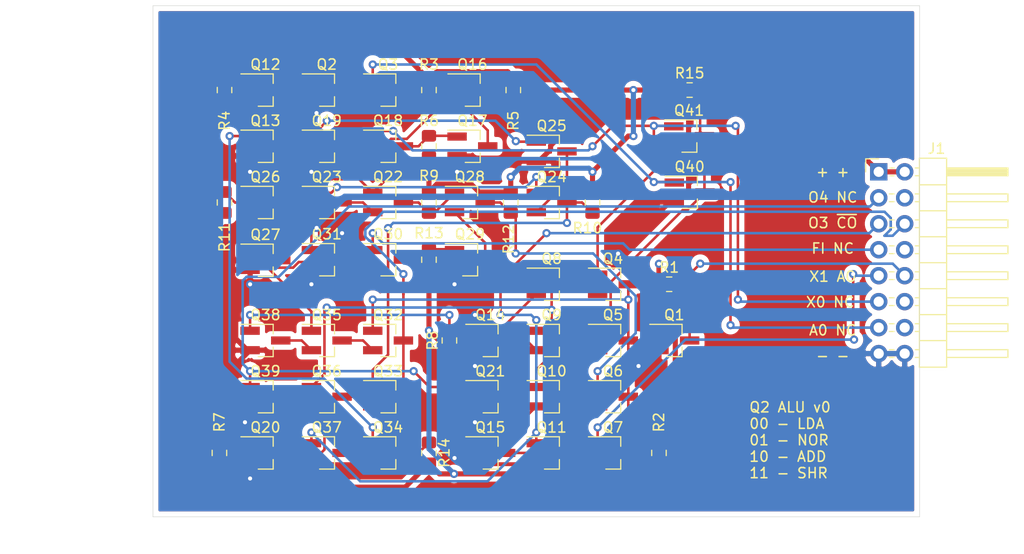
<source format=kicad_pcb>
(kicad_pcb (version 20171130) (host pcbnew "(5.1.6-0-10_14)")
  (layers (0 F.Cu signal) (31 B.Cu signal) (34 B.Paste user) (35 F.Paste user) (36 B.SilkS user) (37 F.SilkS user) (38 B.Mask user) (39 F.Mask user) (44 Edge.Cuts user))
  (net 0 "")
  (net 1 ALU_OUT)
  (net 2 GND)
  (net 3 ~ALU_OUT)
  (net 4 "Net-(Q16-Pad1)")
  (net 5 ALU_NOR)
  (net 6 X0)
  (net 7 "Net-(Q4-Pad2)")
  (net 8 "Net-(Q5-Pad2)")
  (net 9 "Net-(Q10-Pad3)")
  (net 10 ALU_SUM)
  (net 11 "Net-(Q11-Pad3)")
  (net 12 "Net-(Q14-Pad3)")
  (net 13 ~OP3)
  (net 14 OP3)
  (net 15 "Net-(Q10-Pad2)")
  (net 16 A0)
  (net 17 ~OP4)
  (net 18 OP4)
  (net 19 "Net-(Q16-Pad3)")
  (net 20 "Net-(Q17-Pad1)")
  (net 21 "Net-(Q22-Pad3)")
  (net 22 "Net-(Q24-Pad3)")
  (net 23 F)
  (net 24 "Net-(Q29-Pad1)")
  (net 25 ~ALU_COUT)
  (net 26 "Net-(Q32-Pad2)")
  (net 27 "Net-(Q33-Pad2)")
  (net 28 "Net-(Q34-Pad2)")
  (net 29 "Net-(Q35-Pad2)")
  (net 30 "Net-(Q36-Pad2)")
  (net 31 VCC)
  (net 32 X1)
  (net 33 "Net-(Q2-Pad3)")
  (net 34 "Net-(Q12-Pad3)")
  (net 35 "Net-(Q12-Pad2)")
  (net 36 "Net-(Q16-Pad2)")
  (net 37 "Net-(Q18-Pad2)")
  (net 38 "Net-(Q22-Pad2)")
  (net 39 "Net-(Q23-Pad1)")
  (net 40 "Net-(Q24-Pad2)")
  (net 41 "Net-(Q26-Pad2)")
  (net 42 "Net-(Q28-Pad2)")
  (net 43 "Net-(Q30-Pad2)")
  (module Package_TO_SOT_SMD:SOT-23_Handsoldering (layer F.Cu) (at 218 78.75)
    (fp_text reference Q24 (at 0 -2.5) (layer F.SilkS))
    (fp_text value 2N7002 hide)
    (pad 3 smd rect (at 1.5 0) (size 1.9 0.8) (layers F.Cu F.Paste F.Mask) (net 22 "Net-(Q24-Pad3)"))
    (pad 2 smd rect (at -1.5 0.95) (size 1.9 0.8) (layers F.Cu F.Paste F.Mask) (net 40 "Net-(Q24-Pad2)"))
    (pad 1 smd rect (at -1.5 -0.95) (size 1.9 0.8) (layers F.Cu F.Paste F.Mask) (net 39 "Net-(Q23-Pad1)"))
  )
  (module Package_TO_SOT_SMD:SOT-23_Handsoldering (layer F.Cu) (at 202 73.25)
    (fp_text reference Q18 (at 0 -2.5) (layer F.SilkS))
    (fp_text value 2N7002 hide)
    (pad 3 smd rect (at 1.5 0) (size 1.9 0.8) (layers F.Cu F.Paste F.Mask) (net 20 "Net-(Q17-Pad1)"))
    (pad 2 smd rect (at -1.5 0.95) (size 1.9 0.8) (layers F.Cu F.Paste F.Mask) (net 37 "Net-(Q18-Pad2)"))
    (pad 1 smd rect (at -1.5 -0.95) (size 1.9 0.8) (layers F.Cu F.Paste F.Mask) (net 6 X0))
  )
  (module Package_TO_SOT_SMD:SOT-23_Handsoldering (layer F.Cu) (at 196 73.25)
    (fp_text reference Q19 (at 0 -2.5) (layer F.SilkS))
    (fp_text value 2N7002 hide)
    (pad 3 smd rect (at 1.5 0) (size 1.9 0.8) (layers F.Cu F.Paste F.Mask) (net 37 "Net-(Q18-Pad2)"))
    (pad 2 smd rect (at -1.5 0.95) (size 1.9 0.8) (layers F.Cu F.Paste F.Mask) (net 2 GND))
    (pad 1 smd rect (at -1.5 -0.95) (size 1.9 0.8) (layers F.Cu F.Paste F.Mask) (net 34 "Net-(Q12-Pad3)"))
  )
  (module Resistor_SMD:R_0805_2012Metric_Pad1.15x1.40mm_HandSolder (layer F.Cu) (at 231.5 67.75)
    (fp_text reference R15 (at 0 -1.65) (layer F.SilkS))
    (fp_text value R hide)
    (pad 2 smd roundrect (at 1.025 0) (size 1.15 1.4) (layers F.Cu F.Paste F.Mask) (roundrect_rratio 0.217391) (net 5 ALU_NOR))
    (pad 1 smd roundrect (at -1.025 0) (size 1.15 1.4) (layers F.Cu F.Paste F.Mask) (roundrect_rratio 0.217391) (net 31 VCC))
  )
  (module Package_TO_SOT_SMD:SOT-23_Handsoldering (layer F.Cu) (at 231.45 72.25)
    (fp_text reference Q41 (at 0 -2.5) (layer F.SilkS))
    (fp_text value 2N7002 hide)
    (pad 3 smd rect (at 1.5 0) (size 1.9 0.8) (layers F.Cu F.Paste F.Mask) (net 5 ALU_NOR))
    (pad 2 smd rect (at -1.5 0.95) (size 1.9 0.8) (layers F.Cu F.Paste F.Mask) (net 2 GND))
    (pad 1 smd rect (at -1.5 -0.95) (size 1.9 0.8) (layers F.Cu F.Paste F.Mask) (net 6 X0))
  )
  (module Package_TO_SOT_SMD:SOT-23_Handsoldering (layer F.Cu) (at 231.5 77.75)
    (fp_text reference Q40 (at 0 -2.5) (layer F.SilkS))
    (fp_text value 2N7002 hide)
    (pad 3 smd rect (at 1.5 0) (size 1.9 0.8) (layers F.Cu F.Paste F.Mask) (net 5 ALU_NOR))
    (pad 2 smd rect (at -1.5 0.95) (size 1.9 0.8) (layers F.Cu F.Paste F.Mask) (net 2 GND))
    (pad 1 smd rect (at -1.5 -0.95) (size 1.9 0.8) (layers F.Cu F.Paste F.Mask) (net 16 A0))
  )
  (module Package_TO_SOT_SMD:SOT-23_Handsoldering (layer F.Cu) (at 218 73.75)
    (fp_text reference Q25 (at 0 -2.5) (layer F.SilkS))
    (fp_text value 2N7002 hide)
    (pad 3 smd rect (at 1.5 0) (size 1.9 0.8) (layers F.Cu F.Paste F.Mask) (net 40 "Net-(Q24-Pad2)"))
    (pad 2 smd rect (at -1.5 0.95) (size 1.9 0.8) (layers F.Cu F.Paste F.Mask) (net 2 GND))
    (pad 1 smd rect (at -1.5 -0.95) (size 1.9 0.8) (layers F.Cu F.Paste F.Mask) (net 34 "Net-(Q12-Pad3)"))
  )
  (module Resistor_SMD:R_0805_2012Metric_Pad1.15x1.40mm_HandSolder (layer F.Cu) (at 206 103.25 90)
    (fp_text reference R14 (at 0 1.5 90) (layer F.SilkS))
    (fp_text value R hide)
    (pad 2 smd roundrect (at 1.025 0 90) (size 1.15 1.4) (layers F.Cu F.Paste F.Mask) (roundrect_rratio 0.217391) (net 25 ~ALU_COUT))
    (pad 1 smd roundrect (at -1.025 0 90) (size 1.15 1.4) (layers F.Cu F.Paste F.Mask) (roundrect_rratio 0.217391) (net 31 VCC))
  )
  (module Resistor_SMD:R_0805_2012Metric_Pad1.15x1.40mm_HandSolder (layer F.Cu) (at 206 84.35 90)
    (fp_text reference R13 (at 2.6 0 180) (layer F.SilkS))
    (fp_text value R hide)
    (pad 2 smd roundrect (at 1.025 0 90) (size 1.15 1.4) (layers F.Cu F.Paste F.Mask) (roundrect_rratio 0.217391) (net 24 "Net-(Q29-Pad1)"))
    (pad 1 smd roundrect (at -1.025 0 90) (size 1.15 1.4) (layers F.Cu F.Paste F.Mask) (roundrect_rratio 0.217391) (net 31 VCC))
  )
  (module Resistor_SMD:R_0805_2012Metric_Pad1.15x1.40mm_HandSolder (layer F.Cu) (at 214 78.75 270)
    (fp_text reference R12 (at 3.6 0.2 90) (layer F.SilkS))
    (fp_text value R hide)
    (pad 2 smd roundrect (at 1.025 0 270) (size 1.15 1.4) (layers F.Cu F.Paste F.Mask) (roundrect_rratio 0.217391) (net 10 ALU_SUM))
    (pad 1 smd roundrect (at -1.025 0 270) (size 1.15 1.4) (layers F.Cu F.Paste F.Mask) (roundrect_rratio 0.217391) (net 31 VCC))
  )
  (module Resistor_SMD:R_0805_2012Metric_Pad1.15x1.40mm_HandSolder (layer F.Cu) (at 186 78.75 90)
    (fp_text reference R11 (at -3.4 0 90) (layer F.SilkS))
    (fp_text value R hide)
    (pad 2 smd roundrect (at 1.025 0 90) (size 1.15 1.4) (layers F.Cu F.Paste F.Mask) (roundrect_rratio 0.217391) (net 39 "Net-(Q23-Pad1)"))
    (pad 1 smd roundrect (at -1.025 0 90) (size 1.15 1.4) (layers F.Cu F.Paste F.Mask) (roundrect_rratio 0.217391) (net 31 VCC))
  )
  (module Resistor_SMD:R_0805_2012Metric_Pad1.15x1.40mm_HandSolder (layer F.Cu) (at 222 78.75 270)
    (fp_text reference R10 (at 2.5 0.5 180) (layer F.SilkS))
    (fp_text value R hide)
    (pad 2 smd roundrect (at 1.025 0 270) (size 1.15 1.4) (layers F.Cu F.Paste F.Mask) (roundrect_rratio 0.217391) (net 22 "Net-(Q24-Pad3)"))
    (pad 1 smd roundrect (at -1.025 0 270) (size 1.15 1.4) (layers F.Cu F.Paste F.Mask) (roundrect_rratio 0.217391) (net 31 VCC))
  )
  (module Resistor_SMD:R_0805_2012Metric_Pad1.15x1.40mm_HandSolder (layer F.Cu) (at 206 78.75 270)
    (fp_text reference R9 (at -2.6 0 180) (layer F.SilkS))
    (fp_text value R hide)
    (pad 2 smd roundrect (at 1.025 0 270) (size 1.15 1.4) (layers F.Cu F.Paste F.Mask) (roundrect_rratio 0.217391) (net 21 "Net-(Q22-Pad3)"))
    (pad 1 smd roundrect (at -1.025 0 270) (size 1.15 1.4) (layers F.Cu F.Paste F.Mask) (roundrect_rratio 0.217391) (net 31 VCC))
  )
  (module Resistor_SMD:R_0805_2012Metric_Pad1.15x1.40mm_HandSolder (layer F.Cu) (at 208 92.25 90)
    (fp_text reference R8 (at 0 -1.65 90) (layer F.SilkS))
    (fp_text value R hide)
    (pad 2 smd roundrect (at 1.025 0 90) (size 1.15 1.4) (layers F.Cu F.Paste F.Mask) (roundrect_rratio 0.217391) (net 17 ~OP4))
    (pad 1 smd roundrect (at -1.025 0 90) (size 1.15 1.4) (layers F.Cu F.Paste F.Mask) (roundrect_rratio 0.217391) (net 31 VCC))
  )
  (module Resistor_SMD:R_0805_2012Metric_Pad1.15x1.40mm_HandSolder (layer F.Cu) (at 185.5 103.25 90)
    (fp_text reference R7 (at 3 0 90) (layer F.SilkS))
    (fp_text value R hide)
    (pad 2 smd roundrect (at 1.025 0 90) (size 1.15 1.4) (layers F.Cu F.Paste F.Mask) (roundrect_rratio 0.217391) (net 13 ~OP3))
    (pad 1 smd roundrect (at -1.025 0 90) (size 1.15 1.4) (layers F.Cu F.Paste F.Mask) (roundrect_rratio 0.217391) (net 31 VCC))
  )
  (module Resistor_SMD:R_0805_2012Metric_Pad1.15x1.40mm_HandSolder (layer F.Cu) (at 206 73.25 90)
    (fp_text reference R6 (at 2.5 0 180) (layer F.SilkS))
    (fp_text value R hide)
    (pad 2 smd roundrect (at 1.025 0 90) (size 1.15 1.4) (layers F.Cu F.Paste F.Mask) (roundrect_rratio 0.217391) (net 20 "Net-(Q17-Pad1)"))
    (pad 1 smd roundrect (at -1.025 0 90) (size 1.15 1.4) (layers F.Cu F.Paste F.Mask) (roundrect_rratio 0.217391) (net 31 VCC))
  )
  (module Resistor_SMD:R_0805_2012Metric_Pad1.15x1.40mm_HandSolder (layer F.Cu) (at 214.25 67.75 270)
    (fp_text reference R5 (at 3 0 90) (layer F.SilkS))
    (fp_text value R hide)
    (pad 2 smd roundrect (at 1.025 0 270) (size 1.15 1.4) (layers F.Cu F.Paste F.Mask) (roundrect_rratio 0.217391) (net 19 "Net-(Q16-Pad3)"))
    (pad 1 smd roundrect (at -1.025 0 270) (size 1.15 1.4) (layers F.Cu F.Paste F.Mask) (roundrect_rratio 0.217391) (net 31 VCC))
  )
  (module Resistor_SMD:R_0805_2012Metric_Pad1.15x1.40mm_HandSolder (layer F.Cu) (at 186 67.75 90)
    (fp_text reference R4 (at -3 0 90) (layer F.SilkS))
    (fp_text value R hide)
    (pad 2 smd roundrect (at 1.025 0 90) (size 1.15 1.4) (layers F.Cu F.Paste F.Mask) (roundrect_rratio 0.217391) (net 34 "Net-(Q12-Pad3)"))
    (pad 1 smd roundrect (at -1.025 0 90) (size 1.15 1.4) (layers F.Cu F.Paste F.Mask) (roundrect_rratio 0.217391) (net 31 VCC))
  )
  (module Resistor_SMD:R_0805_2012Metric_Pad1.15x1.40mm_HandSolder (layer F.Cu) (at 206 67.75 270)
    (fp_text reference R3 (at -2.5 0 180) (layer F.SilkS))
    (fp_text value R hide)
    (pad 2 smd roundrect (at 1.025 0 270) (size 1.15 1.4) (layers F.Cu F.Paste F.Mask) (roundrect_rratio 0.217391) (net 4 "Net-(Q16-Pad1)"))
    (pad 1 smd roundrect (at -1.025 0 270) (size 1.15 1.4) (layers F.Cu F.Paste F.Mask) (roundrect_rratio 0.217391) (net 31 VCC))
  )
  (module Resistor_SMD:R_0805_2012Metric_Pad1.15x1.40mm_HandSolder (layer F.Cu) (at 228.5 103.25 270)
    (fp_text reference R2 (at -3 0 90) (layer F.SilkS))
    (fp_text value R hide)
    (pad 2 smd roundrect (at 1.025 0 270) (size 1.15 1.4) (layers F.Cu F.Paste F.Mask) (roundrect_rratio 0.217391) (net 3 ~ALU_OUT))
    (pad 1 smd roundrect (at -1.025 0 270) (size 1.15 1.4) (layers F.Cu F.Paste F.Mask) (roundrect_rratio 0.217391) (net 31 VCC))
  )
  (module Resistor_SMD:R_0805_2012Metric_Pad1.15x1.40mm_HandSolder (layer F.Cu) (at 229.5 86.75)
    (fp_text reference R1 (at 0 -1.65) (layer F.SilkS))
    (fp_text value R hide)
    (pad 2 smd roundrect (at 1.025 0) (size 1.15 1.4) (layers F.Cu F.Paste F.Mask) (roundrect_rratio 0.217391) (net 1 ALU_OUT))
    (pad 1 smd roundrect (at -1.025 0) (size 1.15 1.4) (layers F.Cu F.Paste F.Mask) (roundrect_rratio 0.217391) (net 31 VCC))
  )
  (module Connector_PinHeader_2.54mm:PinHeader_2x08_P2.54mm_Horizontal (layer F.Cu) (at 250 75.75)
    (fp_text reference J1 (at 5.655 -2.27) (layer F.SilkS))
    (fp_text value Conn_02x08_Odd_Even)
    (pad 16 thru_hole oval (at 2.54 17.78) (size 1.7 1.7) (drill 1) (layers *.Cu *.Mask) (net 2 GND))
    (pad 15 thru_hole oval (at 0 17.78) (size 1.7 1.7) (drill 1) (layers *.Cu *.Mask) (net 2 GND))
    (pad 14 thru_hole oval (at 2.54 15.24) (size 1.7 1.7) (drill 1) (layers *.Cu *.Mask))
    (pad 13 thru_hole oval (at 0 15.24) (size 1.7 1.7) (drill 1) (layers *.Cu *.Mask) (net 16 A0))
    (pad 12 thru_hole oval (at 2.54 12.7) (size 1.7 1.7) (drill 1) (layers *.Cu *.Mask))
    (pad 11 thru_hole oval (at 0 12.7) (size 1.7 1.7) (drill 1) (layers *.Cu *.Mask) (net 6 X0))
    (pad 10 thru_hole oval (at 2.54 10.16) (size 1.7 1.7) (drill 1) (layers *.Cu *.Mask) (net 1 ALU_OUT))
    (pad 9 thru_hole oval (at 0 10.16) (size 1.7 1.7) (drill 1) (layers *.Cu *.Mask) (net 32 X1))
    (pad 8 thru_hole oval (at 2.54 7.62) (size 1.7 1.7) (drill 1) (layers *.Cu *.Mask))
    (pad 7 thru_hole oval (at 0 7.62) (size 1.7 1.7) (drill 1) (layers *.Cu *.Mask) (net 23 F))
    (pad 6 thru_hole oval (at 2.54 5.08) (size 1.7 1.7) (drill 1) (layers *.Cu *.Mask) (net 25 ~ALU_COUT))
    (pad 5 thru_hole oval (at 0 5.08) (size 1.7 1.7) (drill 1) (layers *.Cu *.Mask) (net 14 OP3))
    (pad 4 thru_hole oval (at 2.54 2.54) (size 1.7 1.7) (drill 1) (layers *.Cu *.Mask))
    (pad 3 thru_hole oval (at 0 2.54) (size 1.7 1.7) (drill 1) (layers *.Cu *.Mask) (net 18 OP4))
    (pad 2 thru_hole oval (at 2.54 0) (size 1.7 1.7) (drill 1) (layers *.Cu *.Mask) (net 31 VCC))
    (pad 1 thru_hole rect (at 0 0) (size 1.7 1.7) (drill 1) (layers *.Cu *.Mask) (net 31 VCC))
  )
  (module Package_TO_SOT_SMD:SOT-23_Handsoldering (layer F.Cu) (at 190 97.75)
    (fp_text reference Q39 (at 0 -2.5) (layer F.SilkS))
    (fp_text value 2N7002 hide)
    (pad 3 smd rect (at 1.5 0) (size 1.9 0.8) (layers F.Cu F.Paste F.Mask) (net 30 "Net-(Q36-Pad2)"))
    (pad 2 smd rect (at -1.5 0.95) (size 1.9 0.8) (layers F.Cu F.Paste F.Mask) (net 2 GND))
    (pad 1 smd rect (at -1.5 -0.95) (size 1.9 0.8) (layers F.Cu F.Paste F.Mask) (net 18 OP4))
  )
  (module Package_TO_SOT_SMD:SOT-23_Handsoldering (layer F.Cu) (at 190 92.25)
    (fp_text reference Q38 (at 0 -2.5) (layer F.SilkS))
    (fp_text value 2N7002 hide)
    (pad 3 smd rect (at 1.5 0) (size 1.9 0.8) (layers F.Cu F.Paste F.Mask) (net 29 "Net-(Q35-Pad2)"))
    (pad 2 smd rect (at -1.5 0.95) (size 1.9 0.8) (layers F.Cu F.Paste F.Mask) (net 2 GND))
    (pad 1 smd rect (at -1.5 -0.95) (size 1.9 0.8) (layers F.Cu F.Paste F.Mask) (net 17 ~OP4))
  )
  (module Package_TO_SOT_SMD:SOT-23_Handsoldering (layer F.Cu) (at 196 103.25)
    (fp_text reference Q37 (at 0 -2.5) (layer F.SilkS))
    (fp_text value 2N7002 hide)
    (pad 3 smd rect (at 1.5 0) (size 1.9 0.8) (layers F.Cu F.Paste F.Mask) (net 28 "Net-(Q34-Pad2)"))
    (pad 2 smd rect (at -1.5 0.95) (size 1.9 0.8) (layers F.Cu F.Paste F.Mask) (net 30 "Net-(Q36-Pad2)"))
    (pad 1 smd rect (at -1.5 -0.95) (size 1.9 0.8) (layers F.Cu F.Paste F.Mask) (net 14 OP3))
  )
  (module Package_TO_SOT_SMD:SOT-23_Handsoldering (layer F.Cu) (at 196 97.75)
    (fp_text reference Q36 (at 0 -2.5) (layer F.SilkS))
    (fp_text value 2N7002 hide)
    (pad 3 smd rect (at 1.5 0) (size 1.9 0.8) (layers F.Cu F.Paste F.Mask) (net 27 "Net-(Q33-Pad2)"))
    (pad 2 smd rect (at -1.5 0.95) (size 1.9 0.8) (layers F.Cu F.Paste F.Mask) (net 30 "Net-(Q36-Pad2)"))
    (pad 1 smd rect (at -1.5 -0.95) (size 1.9 0.8) (layers F.Cu F.Paste F.Mask) (net 13 ~OP3))
  )
  (module Package_TO_SOT_SMD:SOT-23_Handsoldering (layer F.Cu) (at 196 92.25)
    (fp_text reference Q35 (at 0 -2.5) (layer F.SilkS))
    (fp_text value 2N7002 hide)
    (pad 3 smd rect (at 1.5 0) (size 1.9 0.8) (layers F.Cu F.Paste F.Mask) (net 26 "Net-(Q32-Pad2)"))
    (pad 2 smd rect (at -1.5 0.95) (size 1.9 0.8) (layers F.Cu F.Paste F.Mask) (net 29 "Net-(Q35-Pad2)"))
    (pad 1 smd rect (at -1.5 -0.95) (size 1.9 0.8) (layers F.Cu F.Paste F.Mask) (net 23 F))
  )
  (module Package_TO_SOT_SMD:SOT-23_Handsoldering (layer F.Cu) (at 202 103.25)
    (fp_text reference Q34 (at 0 -2.5) (layer F.SilkS))
    (fp_text value 2N7002 hide)
    (pad 3 smd rect (at 1.5 0) (size 1.9 0.8) (layers F.Cu F.Paste F.Mask) (net 25 ~ALU_COUT))
    (pad 2 smd rect (at -1.5 0.95) (size 1.9 0.8) (layers F.Cu F.Paste F.Mask) (net 28 "Net-(Q34-Pad2)"))
    (pad 1 smd rect (at -1.5 -0.95) (size 1.9 0.8) (layers F.Cu F.Paste F.Mask) (net 6 X0))
  )
  (module Package_TO_SOT_SMD:SOT-23_Handsoldering (layer F.Cu) (at 202 97.75)
    (fp_text reference Q33 (at 0 -2.5) (layer F.SilkS))
    (fp_text value 2N7002 hide)
    (pad 3 smd rect (at 1.5 0) (size 1.9 0.8) (layers F.Cu F.Paste F.Mask) (net 25 ~ALU_COUT))
    (pad 2 smd rect (at -1.5 0.95) (size 1.9 0.8) (layers F.Cu F.Paste F.Mask) (net 27 "Net-(Q33-Pad2)"))
    (pad 1 smd rect (at -1.5 -0.95) (size 1.9 0.8) (layers F.Cu F.Paste F.Mask) (net 22 "Net-(Q24-Pad3)"))
  )
  (module Package_TO_SOT_SMD:SOT-23_Handsoldering (layer F.Cu) (at 202 92.25)
    (fp_text reference Q32 (at 0 -2.5) (layer F.SilkS))
    (fp_text value 2N7002 hide)
    (pad 3 smd rect (at 1.5 0) (size 1.9 0.8) (layers F.Cu F.Paste F.Mask) (net 25 ~ALU_COUT))
    (pad 2 smd rect (at -1.5 0.95) (size 1.9 0.8) (layers F.Cu F.Paste F.Mask) (net 26 "Net-(Q32-Pad2)"))
    (pad 1 smd rect (at -1.5 -0.95) (size 1.9 0.8) (layers F.Cu F.Paste F.Mask) (net 3 ~ALU_OUT))
  )
  (module Package_TO_SOT_SMD:SOT-23_Handsoldering (layer F.Cu) (at 196 84.35)
    (fp_text reference Q31 (at 0 -2.5) (layer F.SilkS))
    (fp_text value 2N7002 hide)
    (pad 3 smd rect (at 1.5 0) (size 1.9 0.8) (layers F.Cu F.Paste F.Mask) (net 43 "Net-(Q30-Pad2)"))
    (pad 2 smd rect (at -1.5 0.95) (size 1.9 0.8) (layers F.Cu F.Paste F.Mask) (net 2 GND))
    (pad 1 smd rect (at -1.5 -0.95) (size 1.9 0.8) (layers F.Cu F.Paste F.Mask) (net 39 "Net-(Q23-Pad1)"))
  )
  (module Package_TO_SOT_SMD:SOT-23_Handsoldering (layer F.Cu) (at 202 84.35)
    (fp_text reference Q30 (at 0 -2.5) (layer F.SilkS))
    (fp_text value 2N7002 hide)
    (pad 3 smd rect (at 1.5 0) (size 1.9 0.8) (layers F.Cu F.Paste F.Mask) (net 24 "Net-(Q29-Pad1)"))
    (pad 2 smd rect (at -1.5 0.95) (size 1.9 0.8) (layers F.Cu F.Paste F.Mask) (net 43 "Net-(Q30-Pad2)"))
    (pad 1 smd rect (at -1.5 -0.95) (size 1.9 0.8) (layers F.Cu F.Paste F.Mask) (net 23 F))
  )
  (module Package_TO_SOT_SMD:SOT-23_Handsoldering (layer F.Cu) (at 210 84.35)
    (fp_text reference Q29 (at 0 -2.5) (layer F.SilkS))
    (fp_text value 2N7002 hide)
    (pad 3 smd rect (at 1.5 0) (size 1.9 0.8) (layers F.Cu F.Paste F.Mask) (net 42 "Net-(Q28-Pad2)"))
    (pad 2 smd rect (at -1.5 0.95) (size 1.9 0.8) (layers F.Cu F.Paste F.Mask) (net 2 GND))
    (pad 1 smd rect (at -1.5 -0.95) (size 1.9 0.8) (layers F.Cu F.Paste F.Mask) (net 24 "Net-(Q29-Pad1)"))
  )
  (module Package_TO_SOT_SMD:SOT-23_Handsoldering (layer F.Cu) (at 210 78.75)
    (fp_text reference Q28 (at 0 -2.5) (layer F.SilkS))
    (fp_text value 2N7002 hide)
    (pad 3 smd rect (at 1.5 0) (size 1.9 0.8) (layers F.Cu F.Paste F.Mask) (net 10 ALU_SUM))
    (pad 2 smd rect (at -1.5 0.95) (size 1.9 0.8) (layers F.Cu F.Paste F.Mask) (net 42 "Net-(Q28-Pad2)"))
    (pad 1 smd rect (at -1.5 -0.95) (size 1.9 0.8) (layers F.Cu F.Paste F.Mask) (net 21 "Net-(Q22-Pad3)"))
  )
  (module Package_TO_SOT_SMD:SOT-23_Handsoldering (layer F.Cu) (at 190 84.4)
    (fp_text reference Q27 (at 0 -2.5) (layer F.SilkS))
    (fp_text value 2N7002 hide)
    (pad 3 smd rect (at 1.5 0) (size 1.9 0.8) (layers F.Cu F.Paste F.Mask) (net 41 "Net-(Q26-Pad2)"))
    (pad 2 smd rect (at -1.5 0.95) (size 1.9 0.8) (layers F.Cu F.Paste F.Mask) (net 2 GND))
    (pad 1 smd rect (at -1.5 -0.95) (size 1.9 0.8) (layers F.Cu F.Paste F.Mask) (net 23 F))
  )
  (module Package_TO_SOT_SMD:SOT-23_Handsoldering (layer F.Cu) (at 190 78.75)
    (fp_text reference Q26 (at 0 -2.5) (layer F.SilkS))
    (fp_text value 2N7002 hide)
    (pad 3 smd rect (at 1.5 0) (size 1.9 0.8) (layers F.Cu F.Paste F.Mask) (net 39 "Net-(Q23-Pad1)"))
    (pad 2 smd rect (at -1.5 0.95) (size 1.9 0.8) (layers F.Cu F.Paste F.Mask) (net 41 "Net-(Q26-Pad2)"))
    (pad 1 smd rect (at -1.5 -0.95) (size 1.9 0.8) (layers F.Cu F.Paste F.Mask) (net 19 "Net-(Q16-Pad3)"))
  )
  (module Package_TO_SOT_SMD:SOT-23_Handsoldering (layer F.Cu) (at 196 78.75)
    (fp_text reference Q23 (at 0 -2.5) (layer F.SilkS))
    (fp_text value 2N7002 hide)
    (pad 3 smd rect (at 1.5 0) (size 1.9 0.8) (layers F.Cu F.Paste F.Mask) (net 38 "Net-(Q22-Pad2)"))
    (pad 2 smd rect (at -1.5 0.95) (size 1.9 0.8) (layers F.Cu F.Paste F.Mask) (net 2 GND))
    (pad 1 smd rect (at -1.5 -0.95) (size 1.9 0.8) (layers F.Cu F.Paste F.Mask) (net 39 "Net-(Q23-Pad1)"))
  )
  (module Package_TO_SOT_SMD:SOT-23_Handsoldering (layer F.Cu) (at 202 78.75)
    (fp_text reference Q22 (at 0 -2.5) (layer F.SilkS))
    (fp_text value 2N7002 hide)
    (pad 3 smd rect (at 1.5 0) (size 1.9 0.8) (layers F.Cu F.Paste F.Mask) (net 21 "Net-(Q22-Pad3)"))
    (pad 2 smd rect (at -1.5 0.95) (size 1.9 0.8) (layers F.Cu F.Paste F.Mask) (net 38 "Net-(Q22-Pad2)"))
    (pad 1 smd rect (at -1.5 -0.95) (size 1.9 0.8) (layers F.Cu F.Paste F.Mask) (net 19 "Net-(Q16-Pad3)"))
  )
  (module Package_TO_SOT_SMD:SOT-23_Handsoldering (layer F.Cu) (at 212 97.75)
    (fp_text reference Q21 (at 0 -2.5) (layer F.SilkS))
    (fp_text value 2N7002 hide)
    (pad 3 smd rect (at 1.5 0) (size 1.9 0.8) (layers F.Cu F.Paste F.Mask) (net 17 ~OP4))
    (pad 2 smd rect (at -1.5 0.95) (size 1.9 0.8) (layers F.Cu F.Paste F.Mask) (net 2 GND))
    (pad 1 smd rect (at -1.5 -0.95) (size 1.9 0.8) (layers F.Cu F.Paste F.Mask) (net 18 OP4))
  )
  (module Package_TO_SOT_SMD:SOT-23_Handsoldering (layer F.Cu) (at 190 103.25)
    (fp_text reference Q20 (at 0 -2.5) (layer F.SilkS))
    (fp_text value 2N7002 hide)
    (pad 3 smd rect (at 1.5 0) (size 1.9 0.8) (layers F.Cu F.Paste F.Mask) (net 13 ~OP3))
    (pad 2 smd rect (at -1.5 0.95) (size 1.9 0.8) (layers F.Cu F.Paste F.Mask) (net 2 GND))
    (pad 1 smd rect (at -1.5 -0.95) (size 1.9 0.8) (layers F.Cu F.Paste F.Mask) (net 14 OP3))
  )
  (module Package_TO_SOT_SMD:SOT-23_Handsoldering (layer F.Cu) (at 210.25 73.25)
    (fp_text reference Q17 (at 0 -2.5) (layer F.SilkS))
    (fp_text value 2N7002 hide)
    (pad 3 smd rect (at 1.5 0) (size 1.9 0.8) (layers F.Cu F.Paste F.Mask) (net 36 "Net-(Q16-Pad2)"))
    (pad 2 smd rect (at -1.5 0.95) (size 1.9 0.8) (layers F.Cu F.Paste F.Mask) (net 2 GND))
    (pad 1 smd rect (at -1.5 -0.95) (size 1.9 0.8) (layers F.Cu F.Paste F.Mask) (net 20 "Net-(Q17-Pad1)"))
  )
  (module Package_TO_SOT_SMD:SOT-23_Handsoldering (layer F.Cu) (at 210.25 67.75)
    (fp_text reference Q16 (at 0 -2.5) (layer F.SilkS))
    (fp_text value 2N7002 hide)
    (pad 3 smd rect (at 1.5 0) (size 1.9 0.8) (layers F.Cu F.Paste F.Mask) (net 19 "Net-(Q16-Pad3)"))
    (pad 2 smd rect (at -1.5 0.95) (size 1.9 0.8) (layers F.Cu F.Paste F.Mask) (net 36 "Net-(Q16-Pad2)"))
    (pad 1 smd rect (at -1.5 -0.95) (size 1.9 0.8) (layers F.Cu F.Paste F.Mask) (net 4 "Net-(Q16-Pad1)"))
  )
  (module Package_TO_SOT_SMD:SOT-23_Handsoldering (layer F.Cu) (at 212 103.25)
    (fp_text reference Q15 (at 0 -2.5) (layer F.SilkS))
    (fp_text value 2N7002 hide)
    (pad 3 smd rect (at 1.5 0) (size 1.9 0.8) (layers F.Cu F.Paste F.Mask) (net 15 "Net-(Q10-Pad2)"))
    (pad 2 smd rect (at -1.5 0.95) (size 1.9 0.8) (layers F.Cu F.Paste F.Mask) (net 2 GND))
    (pad 1 smd rect (at -1.5 -0.95) (size 1.9 0.8) (layers F.Cu F.Paste F.Mask) (net 18 OP4))
  )
  (module Package_TO_SOT_SMD:SOT-23_Handsoldering (layer F.Cu) (at 212 92.25)
    (fp_text reference Q14 (at 0 -2.5) (layer F.SilkS))
    (fp_text value 2N7002 hide)
    (pad 3 smd rect (at 1.5 0) (size 1.9 0.8) (layers F.Cu F.Paste F.Mask) (net 12 "Net-(Q14-Pad3)"))
    (pad 2 smd rect (at -1.5 0.95) (size 1.9 0.8) (layers F.Cu F.Paste F.Mask) (net 2 GND))
    (pad 1 smd rect (at -1.5 -0.95) (size 1.9 0.8) (layers F.Cu F.Paste F.Mask) (net 17 ~OP4))
  )
  (module Package_TO_SOT_SMD:SOT-23_Handsoldering (layer F.Cu) (at 190 73.25)
    (fp_text reference Q13 (at 0 -2.5) (layer F.SilkS))
    (fp_text value 2N7002 hide)
    (pad 3 smd rect (at 1.5 0) (size 1.9 0.8) (layers F.Cu F.Paste F.Mask) (net 35 "Net-(Q12-Pad2)"))
    (pad 2 smd rect (at -1.5 0.95) (size 1.9 0.8) (layers F.Cu F.Paste F.Mask) (net 2 GND))
    (pad 1 smd rect (at -1.5 -0.95) (size 1.9 0.8) (layers F.Cu F.Paste F.Mask) (net 6 X0))
  )
  (module Package_TO_SOT_SMD:SOT-23_Handsoldering (layer F.Cu) (at 190 67.75)
    (fp_text reference Q12 (at 0 -2.5) (layer F.SilkS))
    (fp_text value 2N7002 hide)
    (pad 3 smd rect (at 1.5 0) (size 1.9 0.8) (layers F.Cu F.Paste F.Mask) (net 34 "Net-(Q12-Pad3)"))
    (pad 2 smd rect (at -1.5 0.95) (size 1.9 0.8) (layers F.Cu F.Paste F.Mask) (net 35 "Net-(Q12-Pad2)"))
    (pad 1 smd rect (at -1.5 -0.95) (size 1.9 0.8) (layers F.Cu F.Paste F.Mask) (net 16 A0))
  )
  (module Package_TO_SOT_SMD:SOT-23_Handsoldering (layer F.Cu) (at 218 103.25)
    (fp_text reference Q11 (at 0 -2.5) (layer F.SilkS))
    (fp_text value 2N7002 hide)
    (pad 3 smd rect (at 1.5 0) (size 1.9 0.8) (layers F.Cu F.Paste F.Mask) (net 11 "Net-(Q11-Pad3)"))
    (pad 2 smd rect (at -1.5 0.95) (size 1.9 0.8) (layers F.Cu F.Paste F.Mask) (net 15 "Net-(Q10-Pad2)"))
    (pad 1 smd rect (at -1.5 -0.95) (size 1.9 0.8) (layers F.Cu F.Paste F.Mask) (net 14 OP3))
  )
  (module Package_TO_SOT_SMD:SOT-23_Handsoldering (layer F.Cu) (at 218 97.75)
    (fp_text reference Q10 (at 0 -2.5) (layer F.SilkS))
    (fp_text value 2N7002 hide)
    (pad 3 smd rect (at 1.5 0) (size 1.9 0.8) (layers F.Cu F.Paste F.Mask) (net 9 "Net-(Q10-Pad3)"))
    (pad 2 smd rect (at -1.5 0.95) (size 1.9 0.8) (layers F.Cu F.Paste F.Mask) (net 15 "Net-(Q10-Pad2)"))
    (pad 1 smd rect (at -1.5 -0.95) (size 1.9 0.8) (layers F.Cu F.Paste F.Mask) (net 13 ~OP3))
  )
  (module Package_TO_SOT_SMD:SOT-23_Handsoldering (layer F.Cu) (at 218 92.25)
    (fp_text reference Q9 (at 0 -2.5) (layer F.SilkS))
    (fp_text value 2N7002 hide)
    (pad 3 smd rect (at 1.5 0) (size 1.9 0.8) (layers F.Cu F.Paste F.Mask) (net 8 "Net-(Q5-Pad2)"))
    (pad 2 smd rect (at -1.5 0.95) (size 1.9 0.8) (layers F.Cu F.Paste F.Mask) (net 12 "Net-(Q14-Pad3)"))
    (pad 1 smd rect (at -1.5 -0.95) (size 1.9 0.8) (layers F.Cu F.Paste F.Mask) (net 14 OP3))
  )
  (module Package_TO_SOT_SMD:SOT-23_Handsoldering (layer F.Cu) (at 218 86.75)
    (fp_text reference Q8 (at 0 -2.5) (layer F.SilkS))
    (fp_text value 2N7002 hide)
    (pad 3 smd rect (at 1.5 0) (size 1.9 0.8) (layers F.Cu F.Paste F.Mask) (net 7 "Net-(Q4-Pad2)"))
    (pad 2 smd rect (at -1.5 0.95) (size 1.9 0.8) (layers F.Cu F.Paste F.Mask) (net 12 "Net-(Q14-Pad3)"))
    (pad 1 smd rect (at -1.5 -0.95) (size 1.9 0.8) (layers F.Cu F.Paste F.Mask) (net 13 ~OP3))
  )
  (module Package_TO_SOT_SMD:SOT-23_Handsoldering (layer F.Cu) (at 224 103.25)
    (fp_text reference Q7 (at 0 -2.5) (layer F.SilkS))
    (fp_text value 2N7002 hide)
    (pad 3 smd rect (at 1.5 0) (size 1.9 0.8) (layers F.Cu F.Paste F.Mask) (net 3 ~ALU_OUT))
    (pad 2 smd rect (at -1.5 0.95) (size 1.9 0.8) (layers F.Cu F.Paste F.Mask) (net 11 "Net-(Q11-Pad3)"))
    (pad 1 smd rect (at -1.5 -0.95) (size 1.9 0.8) (layers F.Cu F.Paste F.Mask) (net 32 X1))
  )
  (module Package_TO_SOT_SMD:SOT-23_Handsoldering (layer F.Cu) (at 224 97.75)
    (fp_text reference Q6 (at 0 -2.5) (layer F.SilkS))
    (fp_text value 2N7002 hide)
    (pad 3 smd rect (at 1.5 0) (size 1.9 0.8) (layers F.Cu F.Paste F.Mask) (net 3 ~ALU_OUT))
    (pad 2 smd rect (at -1.5 0.95) (size 1.9 0.8) (layers F.Cu F.Paste F.Mask) (net 9 "Net-(Q10-Pad3)"))
    (pad 1 smd rect (at -1.5 -0.95) (size 1.9 0.8) (layers F.Cu F.Paste F.Mask) (net 10 ALU_SUM))
  )
  (module Package_TO_SOT_SMD:SOT-23_Handsoldering (layer F.Cu) (at 224 92.25)
    (fp_text reference Q5 (at 0 -2.5) (layer F.SilkS))
    (fp_text value 2N7002 hide)
    (pad 3 smd rect (at 1.5 0) (size 1.9 0.8) (layers F.Cu F.Paste F.Mask) (net 3 ~ALU_OUT))
    (pad 2 smd rect (at -1.5 0.95) (size 1.9 0.8) (layers F.Cu F.Paste F.Mask) (net 8 "Net-(Q5-Pad2)"))
    (pad 1 smd rect (at -1.5 -0.95) (size 1.9 0.8) (layers F.Cu F.Paste F.Mask) (net 5 ALU_NOR))
  )
  (module Package_TO_SOT_SMD:SOT-23_Handsoldering (layer F.Cu) (at 224 86.75)
    (fp_text reference Q4 (at 0 -2.5) (layer F.SilkS))
    (fp_text value 2N7002 hide)
    (pad 3 smd rect (at 1.5 0) (size 1.9 0.8) (layers F.Cu F.Paste F.Mask) (net 3 ~ALU_OUT))
    (pad 2 smd rect (at -1.5 0.95) (size 1.9 0.8) (layers F.Cu F.Paste F.Mask) (net 7 "Net-(Q4-Pad2)"))
    (pad 1 smd rect (at -1.5 -0.95) (size 1.9 0.8) (layers F.Cu F.Paste F.Mask) (net 6 X0))
  )
  (module Package_TO_SOT_SMD:SOT-23_Handsoldering (layer F.Cu) (at 202 67.75)
    (fp_text reference Q3 (at 0 -2.5) (layer F.SilkS))
    (fp_text value 2N7002 hide)
    (pad 3 smd rect (at 1.5 0) (size 1.9 0.8) (layers F.Cu F.Paste F.Mask) (net 4 "Net-(Q16-Pad1)"))
    (pad 2 smd rect (at -1.5 0.95) (size 1.9 0.8) (layers F.Cu F.Paste F.Mask) (net 33 "Net-(Q2-Pad3)"))
    (pad 1 smd rect (at -1.5 -0.95) (size 1.9 0.8) (layers F.Cu F.Paste F.Mask) (net 16 A0))
  )
  (module Package_TO_SOT_SMD:SOT-23_Handsoldering (layer F.Cu) (at 196 67.75)
    (fp_text reference Q2 (at 0 -2.5) (layer F.SilkS))
    (fp_text value 2N7002 hide)
    (pad 3 smd rect (at 1.5 0) (size 1.9 0.8) (layers F.Cu F.Paste F.Mask) (net 33 "Net-(Q2-Pad3)"))
    (pad 2 smd rect (at -1.5 0.95) (size 1.9 0.8) (layers F.Cu F.Paste F.Mask) (net 2 GND))
    (pad 1 smd rect (at -1.5 -0.95) (size 1.9 0.8) (layers F.Cu F.Paste F.Mask) (net 34 "Net-(Q12-Pad3)"))
  )
  (module Package_TO_SOT_SMD:SOT-23_Handsoldering (layer F.Cu) (at 230 92.25)
    (fp_text reference Q1 (at 0 -2.5) (layer F.SilkS))
    (fp_text value 2N7002 hide)
    (pad 3 smd rect (at 1.5 0) (size 1.9 0.8) (layers F.Cu F.Paste F.Mask) (net 1 ALU_OUT))
    (pad 2 smd rect (at -1.5 0.95) (size 1.9 0.8) (layers F.Cu F.Paste F.Mask) (net 2 GND))
    (pad 1 smd rect (at -1.5 -0.95) (size 1.9 0.8) (layers F.Cu F.Paste F.Mask) (net 3 ~ALU_OUT))
  )
  (gr_text "- -" (at 245.5 93.75) (layer F.SilkS) (effects (font (size 1 1))))
  (gr_text "A0 NC" (at 245.5 91.25) (layer F.SilkS) (effects (font (size 1 1))))
  (gr_text "X0 NC" (at 245.25 88.5) (layer F.SilkS) (effects (font (size 1 1))))
  (gr_text "X1 AO" (at 245.5 86) (layer F.SilkS) (effects (font (size 1 1))))
  (gr_text "FI NC" (at 245.5 83.25) (layer F.SilkS) (effects (font (size 1 1))))
  (gr_text "O3 ~CO" (at 245.5 80.75) (layer F.SilkS) (effects (font (size 1 1))))
  (gr_text "O4 NC" (at 245.5 78.25) (layer F.SilkS) (effects (font (size 1 1))))
  (gr_text "+ +" (at 245.5 75.75) (layer F.SilkS) (effects (font (size 1 1))))
  (gr_line (start 179 109.5) (end 179 59.5) (layer Edge.Cuts) (width 0.05))
  (gr_line (start 254 109.5) (end 179 109.5) (layer Edge.Cuts) (width 0.05))
  (gr_line (start 254 59.5) (end 254 109.5) (layer Edge.Cuts) (width 0.05))
  (gr_line (start 179 59.5) (end 254 59.5) (layer Edge.Cuts) (width 0.05))
  (gr_text "Q2 ALU v0\n00 - LDA\n01 - NOR\n10 - ADD\n11 - SHR" (at 237.25 102) (layer F.SilkS) (effects (font (size 1 1)) (justify left)))
  (segment (start 231.5 87.725) (end 231.5 92.25) (width 0.25) (layer F.Cu) (net 1))
  (segment (start 230.525 86.75) (end 231.5 87.725) (width 0.25) (layer F.Cu) (net 1))
  (segment (start 232.540001 84.734999) (end 230.525 86.75) (width 0.25) (layer F.Cu) (net 1))
  (segment (start 251.364999 84.734999) (end 232.540001 84.734999) (width 0.25) (layer B.Cu) (net 1))
  (via (at 232.540001 84.734999) (size 0.8) (drill 0.4) (layers F.Cu B.Cu) (net 1))
  (segment (start 252.54 85.91) (end 251.364999 84.734999) (width 0.25) (layer B.Cu) (net 1))
  (segment (start 194.5 69.5) (end 195 70) (width 0.5) (layer F.Cu) (net 2))
  (via (at 195 70) (size 0.8) (drill 0.4) (layers F.Cu B.Cu) (net 2))
  (segment (start 194.5 68.7) (end 194.5 69.5) (width 0.5) (layer F.Cu) (net 2))
  (via (at 194.5 75.75) (size 0.8) (drill 0.4) (layers F.Cu B.Cu) (net 2))
  (segment (start 194.5 70.5) (end 194.5 75.75) (width 0.5) (layer B.Cu) (net 2))
  (segment (start 195 70) (end 194.5 70.5) (width 0.5) (layer B.Cu) (net 2))
  (segment (start 194.5 75.75) (end 194.5 74.2) (width 0.5) (layer F.Cu) (net 2))
  (via (at 188.5 75.75) (size 0.8) (drill 0.4) (layers F.Cu B.Cu) (net 2))
  (segment (start 188.5 74.2) (end 188.5 75.75) (width 0.5) (layer F.Cu) (net 2))
  (segment (start 188.5 75.75) (end 194.5 75.75) (width 0.5) (layer B.Cu) (net 2))
  (via (at 208.75 75.75) (size 0.8) (drill 0.4) (layers F.Cu B.Cu) (net 2))
  (segment (start 194.5 75.75) (end 208.75 75.75) (width 0.5) (layer B.Cu) (net 2))
  (segment (start 208.75 75.75) (end 208.75 74.2) (width 0.5) (layer F.Cu) (net 2))
  (segment (start 230.260002 78.7) (end 230 78.7) (width 0.5) (layer F.Cu) (net 2))
  (segment (start 231.400001 77.560001) (end 230.260002 78.7) (width 0.5) (layer F.Cu) (net 2))
  (segment (start 229.95 73.2) (end 231.400001 74.650001) (width 0.5) (layer F.Cu) (net 2))
  (via (at 194.5 86.75) (size 0.8) (drill 0.4) (layers F.Cu B.Cu) (net 2))
  (segment (start 194.5 85.3) (end 194.5 86.75) (width 0.5) (layer F.Cu) (net 2))
  (via (at 188.5 86.75) (size 0.8) (drill 0.4) (layers F.Cu B.Cu) (net 2))
  (segment (start 194.5 86.75) (end 188.5 86.75) (width 0.5) (layer B.Cu) (net 2))
  (segment (start 188.5 86.75) (end 188.5 85.35) (width 0.5) (layer F.Cu) (net 2))
  (via (at 195.012653 81.237347) (size 0.8) (drill 0.4) (layers F.Cu B.Cu) (net 2))
  (segment (start 194.5 80.724694) (end 195.012653 81.237347) (width 0.5) (layer F.Cu) (net 2))
  (segment (start 194.5 79.7) (end 194.5 80.724694) (width 0.5) (layer F.Cu) (net 2))
  (segment (start 194.5 80.724694) (end 194.5 75.75) (width 0.5) (layer B.Cu) (net 2))
  (segment (start 195.012653 81.237347) (end 194.5 80.724694) (width 0.5) (layer B.Cu) (net 2))
  (segment (start 209.25 74.7) (end 208.75 74.2) (width 0.5) (layer F.Cu) (net 2))
  (segment (start 216.5 74.7) (end 209.25 74.7) (width 0.5) (layer F.Cu) (net 2))
  (segment (start 231.400001 70.589999) (end 231.400001 75.849999) (width 0.5) (layer F.Cu) (net 2))
  (segment (start 220.689999 70.399999) (end 231.210001 70.399999) (width 0.5) (layer F.Cu) (net 2))
  (segment (start 217.900001 73.189997) (end 220.689999 70.399999) (width 0.5) (layer F.Cu) (net 2))
  (segment (start 217.900001 73.560001) (end 217.900001 73.189997) (width 0.5) (layer F.Cu) (net 2))
  (segment (start 216.760002 74.7) (end 217.900001 73.560001) (width 0.5) (layer F.Cu) (net 2))
  (segment (start 216.5 74.7) (end 216.760002 74.7) (width 0.5) (layer F.Cu) (net 2))
  (segment (start 231.400001 74.650001) (end 231.400001 75.849999) (width 0.5) (layer F.Cu) (net 2))
  (segment (start 231.210001 70.399999) (end 231.400001 70.589999) (width 0.5) (layer F.Cu) (net 2))
  (segment (start 231.400001 75.849999) (end 231.400001 77.560001) (width 0.5) (layer F.Cu) (net 2))
  (via (at 208.5 86.75) (size 0.8) (drill 0.4) (layers F.Cu B.Cu) (net 2))
  (segment (start 208.5 85.3) (end 208.5 86.75) (width 0.5) (layer F.Cu) (net 2))
  (via (at 210.5 94.75) (size 0.8) (drill 0.4) (layers F.Cu B.Cu) (net 2))
  (segment (start 210.5 93.2) (end 210.5 94.75) (width 0.5) (layer F.Cu) (net 2))
  (via (at 210.5 100.25) (size 0.8) (drill 0.4) (layers F.Cu B.Cu) (net 2))
  (segment (start 210.5 94.75) (end 210.5 100.25) (width 0.5) (layer B.Cu) (net 2))
  (segment (start 210.5 100.25) (end 210.5 98.7) (width 0.5) (layer F.Cu) (net 2))
  (via (at 208.5 103.75) (size 0.8) (drill 0.4) (layers F.Cu B.Cu) (net 2))
  (segment (start 208.95 104.2) (end 208.5 103.75) (width 0.5) (layer F.Cu) (net 2))
  (segment (start 210.5 104.2) (end 208.95 104.2) (width 0.5) (layer F.Cu) (net 2))
  (segment (start 208.5 102.25) (end 210.5 100.25) (width 0.5) (layer B.Cu) (net 2))
  (segment (start 208.5 103.75) (end 208.5 102.25) (width 0.5) (layer B.Cu) (net 2))
  (segment (start 208.5 87.75) (end 210.5 89.75) (width 0.5) (layer F.Cu) (net 2))
  (via (at 210.5 89.75) (size 0.8) (drill 0.4) (layers F.Cu B.Cu) (net 2))
  (segment (start 208.5 86.75) (end 208.5 87.75) (width 0.5) (layer F.Cu) (net 2))
  (segment (start 210.5 89.75) (end 210.5 94.75) (width 0.5) (layer B.Cu) (net 2))
  (via (at 226.5 94.75) (size 0.8) (drill 0.4) (layers F.Cu B.Cu) (net 2))
  (segment (start 228.05 93.2) (end 226.5 94.75) (width 0.5) (layer F.Cu) (net 2))
  (segment (start 228.5 93.2) (end 228.05 93.2) (width 0.5) (layer F.Cu) (net 2))
  (segment (start 226.899999 86.149999) (end 224.5 83.75) (width 0.5) (layer B.Cu) (net 2))
  (segment (start 226.899999 94.350001) (end 226.899999 86.149999) (width 0.5) (layer B.Cu) (net 2))
  (via (at 224.5 83.75) (size 0.8) (drill 0.4) (layers F.Cu B.Cu) (net 2))
  (segment (start 226.5 94.75) (end 226.899999 94.350001) (width 0.5) (layer B.Cu) (net 2))
  (segment (start 229.55 78.7) (end 230 78.7) (width 0.5) (layer F.Cu) (net 2))
  (segment (start 224.5 83.75) (end 229.55 78.7) (width 0.5) (layer F.Cu) (net 2))
  (segment (start 187.099999 92.060001) (end 188.239998 93.2) (width 0.5) (layer F.Cu) (net 2))
  (segment (start 187.099999 88.150001) (end 187.099999 92.060001) (width 0.5) (layer F.Cu) (net 2))
  (segment (start 188.239998 93.2) (end 188.5 93.2) (width 0.5) (layer F.Cu) (net 2))
  (segment (start 188.5 86.75) (end 187.099999 88.150001) (width 0.5) (layer F.Cu) (net 2))
  (segment (start 188.239998 98.7) (end 188.5 98.7) (width 0.5) (layer F.Cu) (net 2))
  (segment (start 187.099999 97.560001) (end 188.239998 98.7) (width 0.5) (layer F.Cu) (net 2))
  (segment (start 187.099999 94.600001) (end 187.099999 97.560001) (width 0.5) (layer F.Cu) (net 2))
  (segment (start 188.5 93.2) (end 187.099999 94.600001) (width 0.5) (layer F.Cu) (net 2))
  (via (at 188 100.25) (size 0.8) (drill 0.4) (layers F.Cu B.Cu) (net 2))
  (segment (start 188.5 99.75) (end 188 100.25) (width 0.5) (layer F.Cu) (net 2))
  (segment (start 188.5 98.7) (end 188.5 99.75) (width 0.5) (layer F.Cu) (net 2))
  (via (at 188.5 105.75) (size 0.8) (drill 0.4) (layers F.Cu B.Cu) (net 2))
  (segment (start 188.5 104.2) (end 188.5 105.75) (width 0.5) (layer F.Cu) (net 2))
  (segment (start 188.5 100.75) (end 188 100.25) (width 0.5) (layer B.Cu) (net 2))
  (segment (start 188.5 105.75) (end 188.5 100.75) (width 0.5) (layer B.Cu) (net 2))
  (via (at 197.5 81.75) (size 0.8) (drill 0.4) (layers F.Cu B.Cu) (net 2))
  (segment (start 196.987347 81.237347) (end 197.5 81.75) (width 0.5) (layer F.Cu) (net 2))
  (segment (start 195.012653 81.237347) (end 196.987347 81.237347) (width 0.5) (layer F.Cu) (net 2))
  (segment (start 194.5 84.75) (end 194.5 86.75) (width 0.5) (layer B.Cu) (net 2))
  (segment (start 197.5 81.75) (end 194.5 84.75) (width 0.5) (layer B.Cu) (net 2))
  (segment (start 208.5 86.75) (end 194.5 86.75) (width 0.5) (layer B.Cu) (net 2))
  (segment (start 227.55 92.25) (end 228.5 91.3) (width 0.25) (layer F.Cu) (net 3))
  (segment (start 225.5 92.25) (end 227.55 92.25) (width 0.25) (layer F.Cu) (net 3))
  (segment (start 225.5 92.25) (end 225.5 97.75) (width 0.25) (layer F.Cu) (net 3))
  (segment (start 225.5 97.75) (end 225.5 103.25) (width 0.25) (layer F.Cu) (net 3))
  (segment (start 227.475 103.25) (end 228.5 104.275) (width 0.25) (layer F.Cu) (net 3))
  (segment (start 225.5 103.25) (end 227.475 103.25) (width 0.25) (layer F.Cu) (net 3))
  (via (at 200.5 88.25) (size 0.8) (drill 0.4) (layers F.Cu B.Cu) (net 3))
  (segment (start 200.5 91.3) (end 200.5 88.25) (width 0.25) (layer F.Cu) (net 3))
  (via (at 225.5 88.25) (size 0.8) (drill 0.4) (layers F.Cu B.Cu) (net 3))
  (segment (start 200.5 88.25) (end 225.5 88.25) (width 0.25) (layer B.Cu) (net 3))
  (segment (start 225.5 88.25) (end 225.5 86.75) (width 0.25) (layer F.Cu) (net 3))
  (segment (start 225.5 92.25) (end 225.5 88.25) (width 0.25) (layer F.Cu) (net 3))
  (segment (start 204.975 67.75) (end 206 68.775) (width 0.25) (layer F.Cu) (net 4))
  (segment (start 203.5 67.75) (end 204.975 67.75) (width 0.25) (layer F.Cu) (net 4))
  (segment (start 207.975 66.8) (end 208.75 66.8) (width 0.25) (layer F.Cu) (net 4))
  (segment (start 206 68.775) (end 207.975 66.8) (width 0.25) (layer F.Cu) (net 4))
  (segment (start 232.525 71.825) (end 232.95 72.25) (width 0.25) (layer F.Cu) (net 5))
  (segment (start 232.525 67.75) (end 232.525 71.825) (width 0.25) (layer F.Cu) (net 5))
  (segment (start 232.95 77.7) (end 233 77.75) (width 0.25) (layer F.Cu) (net 5))
  (segment (start 232.95 72.25) (end 232.95 77.7) (width 0.25) (layer F.Cu) (net 5))
  (segment (start 231.324999 79.425001) (end 233 77.75) (width 0.25) (layer F.Cu) (net 5))
  (segment (start 230.889997 79.425001) (end 231.324999 79.425001) (width 0.25) (layer F.Cu) (net 5))
  (segment (start 223.775001 90.024999) (end 223.775001 86.539997) (width 0.25) (layer F.Cu) (net 5))
  (segment (start 223.775001 86.539997) (end 230.889997 79.425001) (width 0.25) (layer F.Cu) (net 5))
  (segment (start 222.5 91.3) (end 223.775001 90.024999) (width 0.25) (layer F.Cu) (net 5))
  (segment (start 196.514998 72.3) (end 200.5 72.3) (width 0.25) (layer F.Cu) (net 6))
  (segment (start 193.739997 73.025001) (end 195.789997 73.025001) (width 0.25) (layer F.Cu) (net 6))
  (segment (start 192.789997 73.975001) (end 193.739997 73.025001) (width 0.25) (layer F.Cu) (net 6))
  (segment (start 190.175001 73.975001) (end 192.789997 73.975001) (width 0.25) (layer F.Cu) (net 6))
  (segment (start 195.789997 73.025001) (end 196.514998 72.3) (width 0.25) (layer F.Cu) (net 6))
  (segment (start 188.5 72.3) (end 190.175001 73.975001) (width 0.25) (layer F.Cu) (net 6))
  (via (at 228 71.25) (size 0.8) (drill 0.4) (layers F.Cu B.Cu) (net 6))
  (segment (start 229.9 71.25) (end 229.95 71.3) (width 0.25) (layer F.Cu) (net 6))
  (segment (start 228 71.25) (end 229.9 71.25) (width 0.25) (layer F.Cu) (net 6))
  (segment (start 222.5 81.176998) (end 222.5 85.8) (width 0.25) (layer F.Cu) (net 6))
  (segment (start 228 75.676998) (end 222.5 81.176998) (width 0.25) (layer F.Cu) (net 6))
  (segment (start 228 71.25) (end 228 75.676998) (width 0.25) (layer F.Cu) (net 6))
  (via (at 222 73.25) (size 0.8) (drill 0.4) (layers F.Cu B.Cu) (net 6))
  (segment (start 224 71.25) (end 222 73.25) (width 0.25) (layer F.Cu) (net 6))
  (segment (start 228 71.25) (end 224 71.25) (width 0.25) (layer F.Cu) (net 6))
  (segment (start 204.399999 73.649999) (end 202.5 71.75) (width 0.25) (layer B.Cu) (net 6))
  (via (at 202.5 71.75) (size 0.8) (drill 0.4) (layers F.Cu B.Cu) (net 6))
  (segment (start 221.600001 73.649999) (end 204.399999 73.649999) (width 0.25) (layer B.Cu) (net 6))
  (segment (start 222 73.25) (end 221.600001 73.649999) (width 0.25) (layer B.Cu) (net 6))
  (segment (start 201.05 71.75) (end 200.5 72.3) (width 0.25) (layer F.Cu) (net 6))
  (segment (start 202.5 71.75) (end 201.05 71.75) (width 0.25) (layer F.Cu) (net 6))
  (via (at 200.5 100.75) (size 0.8) (drill 0.4) (layers F.Cu B.Cu) (net 6))
  (segment (start 200.5 102.3) (end 200.5 100.75) (width 0.25) (layer F.Cu) (net 6))
  (via (at 186.5 72.25) (size 0.8) (drill 0.4) (layers F.Cu B.Cu) (net 6))
  (segment (start 186.5 94.323002) (end 186.5 72.25) (width 0.25) (layer B.Cu) (net 6))
  (segment (start 188.151999 95.975001) (end 186.5 94.323002) (width 0.25) (layer B.Cu) (net 6))
  (segment (start 195.725001 95.975001) (end 188.151999 95.975001) (width 0.25) (layer B.Cu) (net 6))
  (segment (start 200.5 100.75) (end 195.725001 95.975001) (width 0.25) (layer B.Cu) (net 6))
  (segment (start 188.45 72.25) (end 188.5 72.3) (width 0.25) (layer F.Cu) (net 6))
  (segment (start 186.5 72.25) (end 188.45 72.25) (width 0.25) (layer F.Cu) (net 6))
  (via (at 236.225 88.25) (size 0.8) (drill 0.4) (layers F.Cu B.Cu) (net 6))
  (segment (start 236.425 88.45) (end 236.225 88.25) (width 0.25) (layer B.Cu) (net 6))
  (segment (start 250 88.45) (end 236.425 88.45) (width 0.25) (layer B.Cu) (net 6))
  (via (at 236 71.25) (size 0.8) (drill 0.4) (layers F.Cu B.Cu) (net 6))
  (segment (start 236.225 71.475) (end 236 71.25) (width 0.25) (layer F.Cu) (net 6))
  (segment (start 236.225 88.25) (end 236.225 71.475) (width 0.25) (layer F.Cu) (net 6))
  (segment (start 236 71.25) (end 232 71.25) (width 0.25) (layer B.Cu) (net 6))
  (segment (start 232 71.25) (end 228 71.25) (width 0.25) (layer B.Cu) (net 6))
  (segment (start 232.8 71.25) (end 232 71.25) (width 0.25) (layer B.Cu) (net 6))
  (segment (start 221.55 86.75) (end 222.5 87.7) (width 0.25) (layer F.Cu) (net 7))
  (segment (start 219.5 86.75) (end 221.55 86.75) (width 0.25) (layer F.Cu) (net 7))
  (segment (start 221.55 92.25) (end 222.5 93.2) (width 0.25) (layer F.Cu) (net 8))
  (segment (start 219.5 92.25) (end 221.55 92.25) (width 0.25) (layer F.Cu) (net 8))
  (segment (start 221.55 97.75) (end 222.5 98.7) (width 0.25) (layer F.Cu) (net 9))
  (segment (start 219.5 97.75) (end 221.55 97.75) (width 0.25) (layer F.Cu) (net 9))
  (segment (start 212.975 78.75) (end 214 79.775) (width 0.25) (layer F.Cu) (net 10))
  (segment (start 211.5 78.75) (end 212.975 78.75) (width 0.25) (layer F.Cu) (net 10))
  (via (at 222.5 95.25) (size 0.8) (drill 0.4) (layers F.Cu B.Cu) (net 10))
  (segment (start 222.5 96.8) (end 222.5 95.25) (width 0.25) (layer F.Cu) (net 10))
  (segment (start 222.060349 83.737347) (end 214.487347 83.737347) (width 0.25) (layer B.Cu) (net 10))
  (segment (start 226.225001 87.901999) (end 222.060349 83.737347) (width 0.25) (layer B.Cu) (net 10))
  (segment (start 226.225001 91.524999) (end 226.225001 87.901999) (width 0.25) (layer B.Cu) (net 10))
  (via (at 214.487347 83.737347) (size 0.8) (drill 0.4) (layers F.Cu B.Cu) (net 10))
  (segment (start 222.5 95.25) (end 226.225001 91.524999) (width 0.25) (layer B.Cu) (net 10))
  (segment (start 214.487347 80.262347) (end 214 79.775) (width 0.25) (layer F.Cu) (net 10))
  (segment (start 214.487347 83.737347) (end 214.487347 80.262347) (width 0.25) (layer F.Cu) (net 10))
  (segment (start 221.55 103.25) (end 222.5 104.2) (width 0.25) (layer F.Cu) (net 11))
  (segment (start 219.5 103.25) (end 221.55 103.25) (width 0.25) (layer F.Cu) (net 11))
  (segment (start 215.55 92.25) (end 216.5 93.2) (width 0.25) (layer F.Cu) (net 12))
  (segment (start 213.5 92.25) (end 215.55 92.25) (width 0.25) (layer F.Cu) (net 12))
  (segment (start 213.5 90.7) (end 216.5 87.7) (width 0.25) (layer F.Cu) (net 12))
  (segment (start 213.5 92.25) (end 213.5 90.7) (width 0.25) (layer F.Cu) (net 12))
  (segment (start 191.275001 103.025001) (end 191.5 103.25) (width 0.25) (layer F.Cu) (net 13))
  (segment (start 186.300001 103.025001) (end 191.275001 103.025001) (width 0.25) (layer F.Cu) (net 13))
  (segment (start 185.5 102.225) (end 186.300001 103.025001) (width 0.25) (layer F.Cu) (net 13))
  (segment (start 190.514998 96.8) (end 194.5 96.8) (width 0.25) (layer F.Cu) (net 13))
  (segment (start 190.224999 97.089999) (end 190.514998 96.8) (width 0.25) (layer F.Cu) (net 13))
  (segment (start 190.224999 99.525001) (end 190.224999 97.089999) (width 0.25) (layer F.Cu) (net 13))
  (segment (start 188.175001 101.574999) (end 190.224999 99.525001) (width 0.25) (layer F.Cu) (net 13))
  (segment (start 186.150001 101.574999) (end 188.175001 101.574999) (width 0.25) (layer F.Cu) (net 13))
  (segment (start 185.5 102.225) (end 186.150001 101.574999) (width 0.25) (layer F.Cu) (net 13))
  (via (at 196 89.025) (size 0.8) (drill 0.4) (layers F.Cu B.Cu) (net 13))
  (segment (start 195.775001 89.249999) (end 196 89.025) (width 0.25) (layer F.Cu) (net 13))
  (segment (start 195.775001 95.524999) (end 195.775001 89.249999) (width 0.25) (layer F.Cu) (net 13))
  (segment (start 194.5 96.8) (end 195.775001 95.524999) (width 0.25) (layer F.Cu) (net 13))
  (via (at 218 89.25) (size 0.8) (drill 0.4) (layers F.Cu B.Cu) (net 13))
  (segment (start 217.775 89.025) (end 218 89.25) (width 0.25) (layer B.Cu) (net 13))
  (segment (start 196 89.025) (end 217.775 89.025) (width 0.25) (layer B.Cu) (net 13))
  (segment (start 216.535002 85.8) (end 216.5 85.8) (width 0.25) (layer F.Cu) (net 13))
  (segment (start 218 87.264998) (end 216.535002 85.8) (width 0.25) (layer F.Cu) (net 13))
  (segment (start 218 89.25) (end 218 87.264998) (width 0.25) (layer F.Cu) (net 13))
  (segment (start 216.5 95.135002) (end 216.5 96.8) (width 0.25) (layer F.Cu) (net 13))
  (segment (start 218 93.635002) (end 216.5 95.135002) (width 0.25) (layer F.Cu) (net 13))
  (segment (start 218 89.25) (end 218 93.635002) (width 0.25) (layer F.Cu) (net 13))
  (segment (start 188.5 102.3) (end 194.5 102.3) (width 0.25) (layer F.Cu) (net 14))
  (via (at 216.5 101.25) (size 0.8) (drill 0.4) (layers F.Cu B.Cu) (net 14))
  (segment (start 216.5 102.3) (end 216.5 101.25) (width 0.25) (layer F.Cu) (net 14))
  (via (at 216.5 90.25) (size 0.8) (drill 0.4) (layers F.Cu B.Cu) (net 14))
  (segment (start 216.5 101.25) (end 216.5 90.25) (width 0.25) (layer B.Cu) (net 14))
  (segment (start 216.5 90.25) (end 216.5 91.3) (width 0.25) (layer F.Cu) (net 14))
  (via (at 194.5 101.25) (size 0.8) (drill 0.4) (layers F.Cu B.Cu) (net 14))
  (segment (start 194.5 102.3) (end 194.5 101.25) (width 0.25) (layer F.Cu) (net 14))
  (segment (start 199.275011 106.025011) (end 211.724989 106.025011) (width 0.25) (layer B.Cu) (net 14))
  (segment (start 211.724989 106.025011) (end 212 105.75) (width 0.25) (layer B.Cu) (net 14))
  (segment (start 194.5 101.25) (end 199.275011 106.025011) (width 0.25) (layer B.Cu) (net 14))
  (segment (start 212 105.75) (end 216.5 101.25) (width 0.25) (layer B.Cu) (net 14))
  (via (at 217.5 81.75) (size 0.8) (drill 0.4) (layers F.Cu B.Cu) (net 14))
  (segment (start 249.08 81.75) (end 217.5 81.75) (width 0.25) (layer B.Cu) (net 14))
  (segment (start 250 80.83) (end 249.08 81.75) (width 0.25) (layer B.Cu) (net 14))
  (via (at 213 89.75) (size 0.8) (drill 0.4) (layers F.Cu B.Cu) (net 14))
  (segment (start 213 86.25) (end 213 89.75) (width 0.25) (layer F.Cu) (net 14))
  (segment (start 217.5 81.75) (end 213 86.25) (width 0.25) (layer F.Cu) (net 14))
  (segment (start 216 89.75) (end 216.5 90.25) (width 0.25) (layer B.Cu) (net 14))
  (segment (start 213 89.75) (end 216 89.75) (width 0.25) (layer B.Cu) (net 14))
  (segment (start 215.55 103.25) (end 216.5 104.2) (width 0.25) (layer F.Cu) (net 15))
  (segment (start 213.5 103.25) (end 215.55 103.25) (width 0.25) (layer F.Cu) (net 15))
  (segment (start 213.5 101.7) (end 216.5 98.7) (width 0.25) (layer F.Cu) (net 15))
  (segment (start 213.5 103.25) (end 213.5 101.7) (width 0.25) (layer F.Cu) (net 15))
  (segment (start 199.774999 66.074999) (end 200.5 66.8) (width 0.25) (layer F.Cu) (net 16))
  (segment (start 189.225001 66.074999) (end 199.774999 66.074999) (width 0.25) (layer F.Cu) (net 16))
  (segment (start 188.5 66.8) (end 189.225001 66.074999) (width 0.25) (layer F.Cu) (net 16))
  (via (at 200.5 65.25) (size 0.8) (drill 0.4) (layers F.Cu B.Cu) (net 16))
  (segment (start 200.5 66.8) (end 200.5 65.25) (width 0.25) (layer F.Cu) (net 16))
  (segment (start 229.95 76.75) (end 230 76.8) (width 0.25) (layer F.Cu) (net 16))
  (segment (start 228 76.75) (end 229.95 76.75) (width 0.25) (layer F.Cu) (net 16))
  (via (at 228 76.75) (size 0.8) (drill 0.4) (layers F.Cu B.Cu) (net 16))
  (segment (start 216.5 65.25) (end 200.5 65.25) (width 0.25) (layer B.Cu) (net 16))
  (segment (start 228 76.75) (end 216.5 65.25) (width 0.25) (layer B.Cu) (net 16))
  (segment (start 235.74 90.99) (end 235.5 90.75) (width 0.25) (layer B.Cu) (net 16))
  (via (at 235.5 90.75) (size 0.8) (drill 0.4) (layers F.Cu B.Cu) (net 16))
  (segment (start 250 90.99) (end 235.74 90.99) (width 0.25) (layer B.Cu) (net 16))
  (segment (start 235.5 76.75) (end 235.76 76.75) (width 0.25) (layer B.Cu) (net 16))
  (via (at 235.5 76.75) (size 0.8) (drill 0.4) (layers F.Cu B.Cu) (net 16))
  (segment (start 235.5 90.75) (end 235.5 76.75) (width 0.25) (layer F.Cu) (net 16))
  (segment (start 228 76.75) (end 235.5 76.75) (width 0.25) (layer B.Cu) (net 16))
  (segment (start 210.425 91.225) (end 210.5 91.3) (width 0.25) (layer F.Cu) (net 17))
  (segment (start 208 91.225) (end 210.425 91.225) (width 0.25) (layer F.Cu) (net 17))
  (via (at 188.5 89.75) (size 0.8) (drill 0.4) (layers F.Cu B.Cu) (net 17))
  (segment (start 188.5 91.3) (end 188.5 89.75) (width 0.25) (layer F.Cu) (net 17))
  (via (at 208 89.75) (size 0.8) (drill 0.4) (layers F.Cu B.Cu) (net 17))
  (segment (start 188.5 89.75) (end 208 89.75) (width 0.25) (layer B.Cu) (net 17))
  (segment (start 208 89.75) (end 208 91.225) (width 0.25) (layer F.Cu) (net 17))
  (segment (start 213.5 94.264998) (end 213.5 97.75) (width 0.25) (layer F.Cu) (net 17))
  (segment (start 210.535002 91.3) (end 213.5 94.264998) (width 0.25) (layer F.Cu) (net 17))
  (segment (start 210.5 91.3) (end 210.535002 91.3) (width 0.25) (layer F.Cu) (net 17))
  (segment (start 209.224999 98.075001) (end 210.5 96.8) (width 0.25) (layer F.Cu) (net 18))
  (segment (start 209.224999 101.024999) (end 209.224999 98.075001) (width 0.25) (layer F.Cu) (net 18))
  (segment (start 210.5 102.3) (end 209.224999 101.024999) (width 0.25) (layer F.Cu) (net 18))
  (via (at 204.5 95.25) (size 0.8) (drill 0.4) (layers F.Cu B.Cu) (net 18))
  (segment (start 206.05 96.8) (end 204.5 95.25) (width 0.25) (layer F.Cu) (net 18))
  (segment (start 210.5 96.8) (end 206.05 96.8) (width 0.25) (layer F.Cu) (net 18))
  (via (at 188.5 95.25) (size 0.8) (drill 0.4) (layers F.Cu B.Cu) (net 18))
  (segment (start 204.5 95.25) (end 188.5 95.25) (width 0.25) (layer B.Cu) (net 18))
  (segment (start 188.5 95.25) (end 188.5 96.8) (width 0.25) (layer F.Cu) (net 18))
  (segment (start 187.774999 94.524999) (end 188.5 95.25) (width 0.25) (layer B.Cu) (net 18))
  (segment (start 187.774999 86.401999) (end 187.774999 94.524999) (width 0.25) (layer B.Cu) (net 18))
  (segment (start 188.151999 86.024999) (end 187.774999 86.401999) (width 0.25) (layer B.Cu) (net 18))
  (segment (start 191.298003 86.024999) (end 188.151999 86.024999) (width 0.25) (layer B.Cu) (net 18))
  (segment (start 198.183003 79.139999) (end 191.298003 86.024999) (width 0.25) (layer B.Cu) (net 18))
  (segment (start 249.150001 79.139999) (end 198.183003 79.139999) (width 0.25) (layer B.Cu) (net 18))
  (segment (start 250 78.29) (end 249.150001 79.139999) (width 0.25) (layer B.Cu) (net 18))
  (segment (start 213.225 67.75) (end 214.25 68.775) (width 0.25) (layer F.Cu) (net 19))
  (segment (start 211.75 67.75) (end 213.225 67.75) (width 0.25) (layer F.Cu) (net 19))
  (segment (start 199.175001 76.475001) (end 200.5 77.8) (width 0.25) (layer F.Cu) (net 19))
  (segment (start 189.824999 76.475001) (end 199.175001 76.475001) (width 0.25) (layer F.Cu) (net 19))
  (segment (start 188.5 77.8) (end 189.824999 76.475001) (width 0.25) (layer F.Cu) (net 19))
  (segment (start 213.774999 69.250001) (end 214.25 68.775) (width 0.25) (layer F.Cu) (net 19))
  (segment (start 200.5 77.8) (end 201.824999 76.475001) (width 0.25) (layer F.Cu) (net 19))
  (segment (start 201.775001 73.039997) (end 201.775001 76.524999) (width 0.25) (layer F.Cu) (net 19))
  (segment (start 201.775001 76.524999) (end 200.5 77.8) (width 0.25) (layer F.Cu) (net 19))
  (segment (start 202.289999 72.524999) (end 201.775001 73.039997) (width 0.25) (layer F.Cu) (net 19))
  (segment (start 203.838191 72.524999) (end 202.289999 72.524999) (width 0.25) (layer F.Cu) (net 19))
  (segment (start 207.02501 69.33818) (end 203.838191 72.524999) (width 0.25) (layer F.Cu) (net 19))
  (segment (start 207.02501 68.489988) (end 207.02501 69.33818) (width 0.25) (layer F.Cu) (net 19))
  (segment (start 207.764998 67.75) (end 207.02501 68.489988) (width 0.25) (layer F.Cu) (net 19))
  (segment (start 211.75 67.75) (end 207.764998 67.75) (width 0.25) (layer F.Cu) (net 19))
  (segment (start 204.975 73.25) (end 206 72.225) (width 0.25) (layer F.Cu) (net 20))
  (segment (start 203.5 73.25) (end 204.975 73.25) (width 0.25) (layer F.Cu) (net 20))
  (segment (start 208.675 72.225) (end 208.75 72.3) (width 0.25) (layer F.Cu) (net 20))
  (segment (start 206 72.225) (end 208.675 72.225) (width 0.25) (layer F.Cu) (net 20))
  (segment (start 204.975 78.75) (end 206 79.775) (width 0.25) (layer F.Cu) (net 21))
  (segment (start 203.5 78.75) (end 204.975 78.75) (width 0.25) (layer F.Cu) (net 21))
  (segment (start 206.525 79.775) (end 208.5 77.8) (width 0.25) (layer F.Cu) (net 21))
  (segment (start 206 79.775) (end 206.525 79.775) (width 0.25) (layer F.Cu) (net 21))
  (segment (start 220.975 78.75) (end 222 79.775) (width 0.25) (layer F.Cu) (net 22))
  (segment (start 219.5 78.75) (end 220.975 78.75) (width 0.25) (layer F.Cu) (net 22))
  (via (at 219.5 80.75) (size 0.8) (drill 0.4) (layers F.Cu B.Cu) (net 22))
  (segment (start 219.5 78.75) (end 219.5 80.75) (width 0.25) (layer F.Cu) (net 22))
  (via (at 202 81.25) (size 0.8) (drill 0.4) (layers F.Cu B.Cu) (net 22))
  (segment (start 202.5 80.75) (end 202 81.25) (width 0.25) (layer B.Cu) (net 22))
  (segment (start 219.5 80.75) (end 202.5 80.75) (width 0.25) (layer B.Cu) (net 22))
  (segment (start 200.5 95.135002) (end 200.5 96.8) (width 0.25) (layer F.Cu) (net 22))
  (segment (start 202 93.635002) (end 200.5 95.135002) (width 0.25) (layer F.Cu) (net 22))
  (segment (start 202 81.25) (end 202 93.635002) (width 0.25) (layer F.Cu) (net 22))
  (segment (start 190.175001 85.125001) (end 188.5 83.45) (width 0.25) (layer F.Cu) (net 23))
  (segment (start 193.260003 84.574999) (end 192.710001 85.125001) (width 0.25) (layer F.Cu) (net 23))
  (segment (start 192.710001 85.125001) (end 190.175001 85.125001) (width 0.25) (layer F.Cu) (net 23))
  (segment (start 195.260003 84.574999) (end 193.260003 84.574999) (width 0.25) (layer F.Cu) (net 23))
  (segment (start 196.435002 83.4) (end 195.260003 84.574999) (width 0.25) (layer F.Cu) (net 23))
  (segment (start 200.5 83.4) (end 196.435002 83.4) (width 0.25) (layer F.Cu) (net 23))
  (segment (start 188.535002 83.45) (end 188.5 83.45) (width 0.25) (layer F.Cu) (net 23))
  (segment (start 194.5 89.414998) (end 188.535002 83.45) (width 0.25) (layer F.Cu) (net 23))
  (segment (start 194.5 91.3) (end 194.5 89.414998) (width 0.25) (layer F.Cu) (net 23))
  (via (at 200.5 81.75) (size 0.8) (drill 0.4) (layers F.Cu B.Cu) (net 23))
  (segment (start 200.5 83.4) (end 200.5 81.75) (width 0.25) (layer F.Cu) (net 23))
  (segment (start 201.5 82.75) (end 200.5 81.75) (width 0.25) (layer B.Cu) (net 23))
  (segment (start 225 82.75) (end 201.5 82.75) (width 0.25) (layer B.Cu) (net 23))
  (segment (start 225.62 83.37) (end 225 82.75) (width 0.25) (layer B.Cu) (net 23))
  (segment (start 250 83.37) (end 225.62 83.37) (width 0.25) (layer B.Cu) (net 23))
  (segment (start 204.975 84.35) (end 206 83.325) (width 0.25) (layer F.Cu) (net 24))
  (segment (start 203.5 84.35) (end 204.975 84.35) (width 0.25) (layer F.Cu) (net 24))
  (segment (start 208.425 83.325) (end 208.5 83.4) (width 0.25) (layer F.Cu) (net 24))
  (segment (start 206 83.325) (end 208.425 83.325) (width 0.25) (layer F.Cu) (net 24))
  (segment (start 203.5 92.25) (end 203.5 97.75) (width 0.25) (layer F.Cu) (net 25))
  (segment (start 203.5 97.75) (end 203.5 103.25) (width 0.25) (layer F.Cu) (net 25))
  (segment (start 204.975 103.25) (end 206 102.225) (width 0.25) (layer F.Cu) (net 25))
  (segment (start 203.5 103.25) (end 204.975 103.25) (width 0.25) (layer F.Cu) (net 25))
  (via (at 203.5 85.75) (size 0.8) (drill 0.4) (layers F.Cu B.Cu) (net 25))
  (segment (start 203.5 85.75) (end 203.5 87.75) (width 0.25) (layer F.Cu) (net 25))
  (segment (start 203.5 87.75) (end 203.5 87.525) (width 0.25) (layer F.Cu) (net 25))
  (segment (start 203.5 92.25) (end 203.5 87.75) (width 0.25) (layer F.Cu) (net 25))
  (segment (start 250.564001 82.005001) (end 251.364999 82.005001) (width 0.25) (layer B.Cu) (net 25))
  (segment (start 251.175001 80.265999) (end 251.175001 81.394001) (width 0.25) (layer B.Cu) (net 25))
  (segment (start 250.564001 79.654999) (end 251.175001 80.265999) (width 0.25) (layer B.Cu) (net 25))
  (segment (start 201.521999 79.654999) (end 250.564001 79.654999) (width 0.25) (layer B.Cu) (net 25))
  (segment (start 199.774999 82.098001) (end 199.774999 81.401999) (width 0.25) (layer B.Cu) (net 25))
  (segment (start 199.774999 81.401999) (end 201.521999 79.654999) (width 0.25) (layer B.Cu) (net 25))
  (segment (start 251.364999 82.005001) (end 252.54 80.83) (width 0.25) (layer B.Cu) (net 25))
  (segment (start 200.151999 82.475001) (end 199.774999 82.098001) (width 0.25) (layer B.Cu) (net 25))
  (segment (start 200.225001 82.475001) (end 200.151999 82.475001) (width 0.25) (layer B.Cu) (net 25))
  (segment (start 251.175001 81.394001) (end 250.564001 82.005001) (width 0.25) (layer B.Cu) (net 25))
  (segment (start 203.5 85.75) (end 200.225001 82.475001) (width 0.25) (layer B.Cu) (net 25))
  (segment (start 199.55 92.25) (end 200.5 93.2) (width 0.25) (layer F.Cu) (net 26))
  (segment (start 197.5 92.25) (end 199.55 92.25) (width 0.25) (layer F.Cu) (net 26))
  (segment (start 199.55 97.75) (end 200.5 98.7) (width 0.25) (layer F.Cu) (net 27))
  (segment (start 197.5 97.75) (end 199.55 97.75) (width 0.25) (layer F.Cu) (net 27))
  (segment (start 199.55 103.25) (end 200.5 104.2) (width 0.25) (layer F.Cu) (net 28))
  (segment (start 197.5 103.25) (end 199.55 103.25) (width 0.25) (layer F.Cu) (net 28))
  (segment (start 193.55 92.25) (end 194.5 93.2) (width 0.25) (layer F.Cu) (net 29))
  (segment (start 191.5 92.25) (end 193.55 92.25) (width 0.25) (layer F.Cu) (net 29))
  (segment (start 193.55 97.75) (end 194.5 98.7) (width 0.25) (layer F.Cu) (net 30))
  (segment (start 191.5 97.75) (end 193.55 97.75) (width 0.25) (layer F.Cu) (net 30))
  (segment (start 195.775001 102.924999) (end 194.5 104.2) (width 0.25) (layer F.Cu) (net 30))
  (segment (start 195.775001 99.975001) (end 195.775001 102.924999) (width 0.25) (layer F.Cu) (net 30))
  (segment (start 194.5 98.7) (end 195.775001 99.975001) (width 0.25) (layer F.Cu) (net 30))
  (segment (start 206.775001 65.949999) (end 213.699999 65.949999) (width 0.5) (layer F.Cu) (net 31))
  (segment (start 206 66.725) (end 206.775001 65.949999) (width 0.5) (layer F.Cu) (net 31))
  (segment (start 214.25 66.5) (end 214.25 66.725) (width 0.5) (layer F.Cu) (net 31))
  (segment (start 213.699999 65.949999) (end 214.25 66.5) (width 0.5) (layer F.Cu) (net 31))
  (segment (start 184.84999 66.110044) (end 187.210034 63.75) (width 0.5) (layer F.Cu) (net 31))
  (segment (start 186 68.775) (end 184.84999 67.62499) (width 0.5) (layer F.Cu) (net 31))
  (segment (start 203.025 63.75) (end 206 66.725) (width 0.5) (layer F.Cu) (net 31))
  (segment (start 187.210034 63.75) (end 203.025 63.75) (width 0.5) (layer F.Cu) (net 31))
  (segment (start 184.84999 66.59999) (end 184.84999 66.110044) (width 0.5) (layer F.Cu) (net 31))
  (segment (start 184.84999 78.62499) (end 184.84999 66.59999) (width 0.5) (layer F.Cu) (net 31))
  (segment (start 186 79.775) (end 184.84999 78.62499) (width 0.5) (layer F.Cu) (net 31))
  (segment (start 184.84999 67.62499) (end 184.84999 66.59999) (width 0.5) (layer F.Cu) (net 31))
  (segment (start 252.54 75.75) (end 250 75.75) (width 0.5) (layer F.Cu) (net 31))
  (segment (start 250 75.75) (end 240.5 66.25) (width 0.5) (layer F.Cu) (net 31))
  (segment (start 231.975 66.25) (end 230.475 67.75) (width 0.5) (layer F.Cu) (net 31))
  (segment (start 240.5 66.25) (end 231.975 66.25) (width 0.5) (layer F.Cu) (net 31))
  (segment (start 215.275 67.75) (end 214.25 66.725) (width 0.5) (layer F.Cu) (net 31))
  (segment (start 184.34999 81.42501) (end 184.34999 103.12499) (width 0.5) (layer F.Cu) (net 31))
  (segment (start 184.34999 103.12499) (end 185.5 104.275) (width 0.5) (layer F.Cu) (net 31))
  (segment (start 186 79.775) (end 184.34999 81.42501) (width 0.5) (layer F.Cu) (net 31))
  (segment (start 205.224999 105.050001) (end 206 104.275) (width 0.5) (layer F.Cu) (net 31))
  (segment (start 207.02501 105.30001) (end 206 104.275) (width 0.5) (layer F.Cu) (net 31))
  (segment (start 229.65001 103.37501) (end 229.65001 104.889956) (width 0.5) (layer F.Cu) (net 31))
  (segment (start 229.65001 104.889956) (end 229.239956 105.30001) (width 0.5) (layer F.Cu) (net 31))
  (segment (start 228.5 102.225) (end 229.65001 103.37501) (width 0.5) (layer F.Cu) (net 31))
  (segment (start 206 91.275) (end 206 85.375) (width 0.5) (layer F.Cu) (net 31))
  (segment (start 208 93.275) (end 206 91.275) (width 0.5) (layer F.Cu) (net 31))
  (via (at 206 91.275) (size 0.8) (drill 0.4) (layers F.Cu B.Cu) (net 31))
  (via (at 208.44999 105.30001) (size 0.8) (drill 0.4) (layers F.Cu B.Cu) (net 31))
  (segment (start 206 102.85002) (end 208.44999 105.30001) (width 0.5) (layer B.Cu) (net 31))
  (segment (start 208.44999 105.30001) (end 207.02501 105.30001) (width 0.5) (layer F.Cu) (net 31))
  (segment (start 206 91.275) (end 206 102.85002) (width 0.5) (layer B.Cu) (net 31))
  (segment (start 229.239956 105.30001) (end 208.44999 105.30001) (width 0.5) (layer F.Cu) (net 31))
  (via (at 214 76.25) (size 0.8) (drill 0.4) (layers F.Cu B.Cu) (net 31))
  (segment (start 214 77.725) (end 214 76.25) (width 0.5) (layer F.Cu) (net 31))
  (via (at 222 75.75) (size 0.8) (drill 0.4) (layers F.Cu B.Cu) (net 31))
  (segment (start 221.649999 75.399999) (end 222 75.75) (width 0.5) (layer B.Cu) (net 31))
  (segment (start 214.850001 75.399999) (end 221.649999 75.399999) (width 0.5) (layer B.Cu) (net 31))
  (segment (start 214 76.25) (end 214.850001 75.399999) (width 0.5) (layer B.Cu) (net 31))
  (segment (start 222 75.75) (end 222 77.725) (width 0.5) (layer F.Cu) (net 31))
  (via (at 228.5 84.75) (size 0.8) (drill 0.4) (layers F.Cu B.Cu) (net 31))
  (segment (start 228.5 86.725) (end 228.475 86.75) (width 0.5) (layer F.Cu) (net 31))
  (segment (start 228.5 84.75) (end 228.5 86.725) (width 0.5) (layer F.Cu) (net 31))
  (segment (start 230.099999 88.374999) (end 228.475 86.75) (width 0.5) (layer F.Cu) (net 31))
  (segment (start 230.099999 100.625001) (end 230.099999 88.374999) (width 0.5) (layer F.Cu) (net 31))
  (segment (start 228.5 102.225) (end 230.099999 100.625001) (width 0.5) (layer F.Cu) (net 31))
  (segment (start 210.896814 77.725) (end 214 77.725) (width 0.5) (layer F.Cu) (net 31))
  (segment (start 210.121813 76.949999) (end 210.896814 77.725) (width 0.5) (layer F.Cu) (net 31))
  (segment (start 206.775001 76.949999) (end 210.121813 76.949999) (width 0.5) (layer F.Cu) (net 31))
  (segment (start 206 77.725) (end 206.775001 76.949999) (width 0.5) (layer F.Cu) (net 31))
  (segment (start 206 77.725) (end 206 74.275) (width 0.5) (layer F.Cu) (net 31))
  (via (at 226 72.25) (size 0.8) (drill 0.4) (layers F.Cu B.Cu) (net 31))
  (segment (start 225.5 72.25) (end 226 72.25) (width 0.5) (layer F.Cu) (net 31))
  (segment (start 222 75.75) (end 225.5 72.25) (width 0.5) (layer F.Cu) (net 31))
  (via (at 226 67.75) (size 0.8) (drill 0.4) (layers F.Cu B.Cu) (net 31))
  (segment (start 226 72.25) (end 226 67.75) (width 0.5) (layer B.Cu) (net 31))
  (segment (start 226 67.75) (end 215.275 67.75) (width 0.5) (layer F.Cu) (net 31))
  (segment (start 230.475 67.75) (end 226 67.75) (width 0.5) (layer F.Cu) (net 31))
  (segment (start 203.674999 106.600001) (end 206 104.275) (width 0.5) (layer F.Cu) (net 31))
  (segment (start 187.825001 106.600001) (end 203.674999 106.600001) (width 0.5) (layer F.Cu) (net 31))
  (segment (start 185.5 104.275) (end 187.825001 106.600001) (width 0.5) (layer F.Cu) (net 31))
  (via (at 222.5 100.75) (size 0.8) (drill 0.4) (layers F.Cu B.Cu) (net 32))
  (segment (start 231.084999 92.165001) (end 222.5 100.75) (width 0.25) (layer B.Cu) (net 32))
  (segment (start 222.5 100.75) (end 222.5 102.3) (width 0.25) (layer F.Cu) (net 32))
  (via (at 247.5 85.75) (size 0.8) (drill 0.4) (layers F.Cu B.Cu) (net 32))
  (segment (start 247.66 85.91) (end 247.5 85.75) (width 0.25) (layer B.Cu) (net 32))
  (segment (start 250 85.91) (end 247.66 85.91) (width 0.25) (layer B.Cu) (net 32))
  (via (at 247.584999 92.165001) (size 0.8) (drill 0.4) (layers F.Cu B.Cu) (net 32))
  (segment (start 247.5 92.080002) (end 247.584999 92.165001) (width 0.25) (layer F.Cu) (net 32))
  (segment (start 247.584999 92.165001) (end 231.084999 92.165001) (width 0.25) (layer B.Cu) (net 32))
  (segment (start 247.5 85.75) (end 247.5 92.080002) (width 0.25) (layer F.Cu) (net 32))
  (segment (start 199.55 67.75) (end 200.5 68.7) (width 0.25) (layer F.Cu) (net 33))
  (segment (start 197.5 67.75) (end 199.55 67.75) (width 0.25) (layer F.Cu) (net 33))
  (segment (start 187.025 67.75) (end 191.5 67.75) (width 0.25) (layer F.Cu) (net 34))
  (segment (start 186 66.725) (end 187.025 67.75) (width 0.25) (layer F.Cu) (net 34))
  (segment (start 193.55 67.75) (end 194.5 66.8) (width 0.25) (layer F.Cu) (net 34))
  (segment (start 191.5 67.75) (end 193.55 67.75) (width 0.25) (layer F.Cu) (net 34))
  (segment (start 194.5 70.75) (end 191.5 67.75) (width 0.25) (layer F.Cu) (net 34))
  (segment (start 194.5 72.3) (end 194.5 70.75) (width 0.25) (layer F.Cu) (net 34))
  (via (at 214.5 72.75) (size 0.8) (drill 0.4) (layers F.Cu B.Cu) (net 34))
  (segment (start 214.55 72.8) (end 214.5 72.75) (width 0.25) (layer F.Cu) (net 34))
  (segment (start 216.5 72.8) (end 214.55 72.8) (width 0.25) (layer F.Cu) (net 34))
  (segment (start 212.5 70.75) (end 196 70.75) (width 0.25) (layer B.Cu) (net 34))
  (via (at 196 70.75) (size 0.8) (drill 0.4) (layers F.Cu B.Cu) (net 34))
  (segment (start 214.5 72.75) (end 212.5 70.75) (width 0.25) (layer B.Cu) (net 34))
  (segment (start 196 70.8) (end 194.5 72.3) (width 0.25) (layer F.Cu) (net 34))
  (segment (start 196 70.75) (end 196 70.8) (width 0.25) (layer F.Cu) (net 34))
  (segment (start 188.5 70.25) (end 191.5 73.25) (width 0.25) (layer F.Cu) (net 35))
  (segment (start 188.5 68.7) (end 188.5 70.25) (width 0.25) (layer F.Cu) (net 35))
  (segment (start 211.75 71.7) (end 208.75 68.7) (width 0.25) (layer F.Cu) (net 36))
  (segment (start 211.75 73.25) (end 211.75 71.7) (width 0.25) (layer F.Cu) (net 36))
  (segment (start 199.55 73.25) (end 200.5 74.2) (width 0.25) (layer F.Cu) (net 37))
  (segment (start 197.5 73.25) (end 199.55 73.25) (width 0.25) (layer F.Cu) (net 37))
  (segment (start 199.55 78.75) (end 200.5 79.7) (width 0.25) (layer F.Cu) (net 38))
  (segment (start 197.5 78.75) (end 199.55 78.75) (width 0.25) (layer F.Cu) (net 38))
  (segment (start 187.025 78.75) (end 191.5 78.75) (width 0.25) (layer F.Cu) (net 39))
  (segment (start 186 77.725) (end 187.025 78.75) (width 0.25) (layer F.Cu) (net 39))
  (segment (start 193.55 78.75) (end 194.5 77.8) (width 0.25) (layer F.Cu) (net 39))
  (segment (start 191.5 78.75) (end 193.55 78.75) (width 0.25) (layer F.Cu) (net 39))
  (segment (start 194.5 81.75) (end 191.5 78.75) (width 0.25) (layer F.Cu) (net 39))
  (segment (start 194.5 83.4) (end 194.5 81.75) (width 0.25) (layer F.Cu) (net 39))
  (via (at 197 77.25) (size 0.8) (drill 0.4) (layers F.Cu B.Cu) (net 39))
  (segment (start 196.45 77.8) (end 197 77.25) (width 0.25) (layer F.Cu) (net 39))
  (segment (start 194.5 77.8) (end 196.45 77.8) (width 0.25) (layer F.Cu) (net 39))
  (via (at 216.5 76.25) (size 0.8) (drill 0.4) (layers F.Cu B.Cu) (net 39))
  (segment (start 215.5 77.25) (end 216.5 76.25) (width 0.25) (layer B.Cu) (net 39))
  (segment (start 216.5 76.25) (end 216.5 77.8) (width 0.25) (layer F.Cu) (net 39))
  (segment (start 215.5 77.25) (end 197 77.25) (width 0.25) (layer B.Cu) (net 39))
  (segment (start 216.535002 79.7) (end 219.5 76.735002) (width 0.25) (layer F.Cu) (net 40))
  (segment (start 219.5 76.735002) (end 219.5 73.75) (width 0.25) (layer F.Cu) (net 40))
  (segment (start 216.5 79.7) (end 216.535002 79.7) (width 0.25) (layer F.Cu) (net 40))
  (segment (start 188.5 81.4) (end 191.5 84.4) (width 0.25) (layer F.Cu) (net 41))
  (segment (start 188.5 79.7) (end 188.5 81.4) (width 0.25) (layer F.Cu) (net 41))
  (segment (start 211.5 82.7) (end 208.5 79.7) (width 0.25) (layer F.Cu) (net 42))
  (segment (start 211.5 84.35) (end 211.5 82.7) (width 0.25) (layer F.Cu) (net 42))
  (segment (start 199.55 84.35) (end 200.5 85.3) (width 0.25) (layer F.Cu) (net 43))
  (segment (start 197.5 84.35) (end 199.55 84.35) (width 0.25) (layer F.Cu) (net 43))
  (zone (net 2) (net_name GND) (layer F.Cu) (connect_pads (clearance 0.508)) (min_thickness 0.254) (fill yes (arc_segments 32) (thermal_gap 0.508) (thermal_bridge_width 0.508))
    (polygon (pts (xy 254 109.5) (xy 179 109.5) (xy 179 59.5) (xy 254 59.5)))
  )
  (zone (net 2) (net_name GND) (layer B.Cu) (connect_pads (clearance 0.508)) (min_thickness 0.254) (fill yes (arc_segments 32) (thermal_gap 0.508) (thermal_bridge_width 0.508))
    (polygon (pts (xy 254 109.5) (xy 179 109.5) (xy 179 59.5) (xy 254 59.5)))
  )
)
</source>
